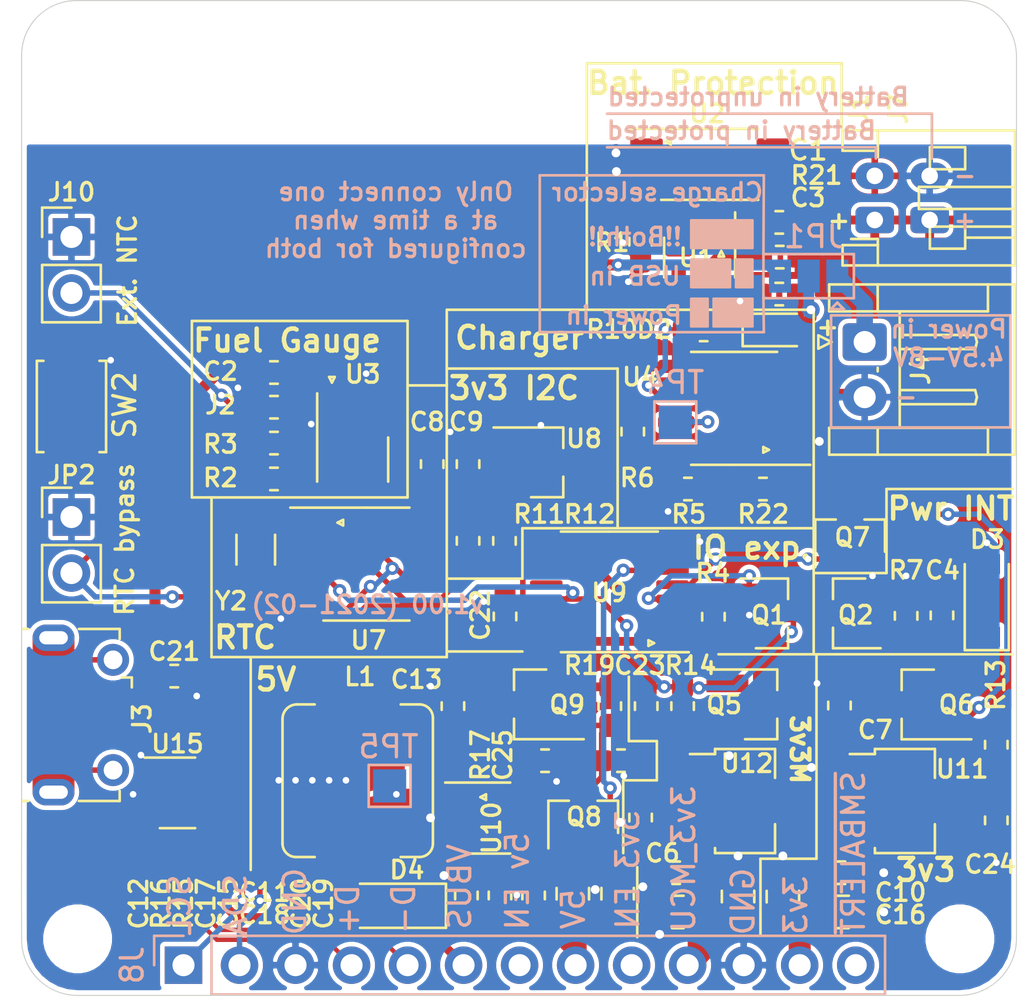
<source format=kicad_pcb>
(kicad_pcb (version 20171130) (host pcbnew "(5.1.9)-1")
  (layers (0 F.Cu signal) (1 In1.Cu signal hide) (2 In2.Cu signal hide) (31 B.Cu signal) (34 B.Paste user hide) (35 F.Paste user hide) (36 B.SilkS user) (37 F.SilkS user) (38 B.Mask user) (39 F.Mask user) (44 Edge.Cuts user))
  (net 0 "")
  (net 1 "Net-(C1-Pad1)")
  (net 2 GND)
  (net 3 "Net-(Q1-Pad1)")
  (net 4 "Net-(U1-Pad4)")
  (net 5 "Net-(R3-Pad1)")
  (net 6 "Net-(U3-Pad4)")
  (net 7 /3v3)
  (net 8 "/Battery Module/VBAT")
  (net 9 "/Charger I/O/VCHARGE")
  (net 10 "Net-(C4-Pad2)")
  (net 11 /5v)
  (net 12 "Net-(C13-Pad1)")
  (net 13 INT_IO)
  (net 14 "Net-(C24-Pad1)")
  (net 15 "Net-(C25-Pad1)")
  (net 16 "Net-(D2-Pad1)")
  (net 17 "Net-(D4-Pad2)")
  (net 18 "Net-(J3-Pad6)")
  (net 19 "Net-(J3-Pad4)")
  (net 20 "Net-(J4-Pad1)")
  (net 21 "Net-(R1-Pad1)")
  (net 22 "Net-(R2-Pad1)")
  (net 23 "Net-(R4-Pad2)")
  (net 24 "Net-(R22-Pad2)")
  (net 25 "/Charging Module/STDBY")
  (net 26 "Net-(R15-Pad1)")
  (net 27 "Net-(R17-Pad1)")
  (net 28 "Net-(R22-Pad1)")
  (net 29 "Net-(TP4-Pad1)")
  (net 30 "Net-(U1-Pad3)")
  (net 31 "Net-(U1-Pad1)")
  (net 32 "Net-(U2-Pad8)")
  (net 33 "Net-(U2-Pad1)")
  (net 34 "Net-(U7-Pad7)")
  (net 35 "Net-(U7-Pad2)")
  (net 36 "Net-(U7-Pad1)")
  (net 37 "/Battery Module/BAT-")
  (net 38 "Net-(J10-Pad2)")
  (net 39 "Net-(J8-Pad13)")
  (net 40 "/Charging Module/3v3_I2C")
  (net 41 "Net-(U15-Pad4)")
  (net 42 "Net-(U15-Pad3)")
  (net 43 /3v3_MCU)
  (net 44 /VBUS)
  (net 45 /D+)
  (net 46 /D-)
  (net 47 "Net-(J8-Pad9)")
  (net 48 "Net-(J8-Pad7)")
  (net 49 /SDA)
  (net 50 /SCL)
  (net 51 "/RTC and Cut-Off Module/3v3V_EN")
  (net 52 "/RTC and Cut-Off Module/5V_EN")
  (net 53 "/Charging Module/CHARGE-DISABLE")
  (net 54 "Net-(U9-Pad12)")
  (net 55 "Net-(U9-Pad11)")
  (net 56 "Net-(U9-Pad10)")
  (net 57 "Net-(U9-Pad9)")
  (net 58 "Net-(C6-Pad1)")
  (net 59 "Net-(C7-Pad1)")
  (module Capacitor_SMD:C_0805_2012Metric (layer F.Cu) (at 165.7096 118.933 90)
    (fp_text reference C20 (at -0.32 -19.812 90) (layer F.SilkS) (effects (font (size 0.8 0.8))))
    (fp_text value 22µF)
    (pad 2 smd roundrect (at 0.95 0 90) (size 1 1.45) (layers F.Cu F.Paste F.Mask) (net 2 GND))
    (pad 1 smd roundrect (at -0.95 0 90) (size 1 1.45) (layers F.Cu F.Paste F.Mask) (net 43 /3v3_MCU))
  )
  (module Capacitor_SMD:C_0805_2012Metric (layer F.Cu) (at 167.7416 118.938 90)
    (fp_text reference C19 (at -0.315 -20.828 90) (layer F.SilkS) (effects (font (size 0.8 0.8))))
    (fp_text value 22µF)
    (pad 2 smd roundrect (at 0.95 0 90) (size 1 1.45) (layers F.Cu F.Paste F.Mask) (net 2 GND))
    (pad 1 smd roundrect (at -0.95 0 90) (size 1 1.45) (layers F.Cu F.Paste F.Mask) (net 7 /3v3))
  )
  (module Capacitor_SMD:C_0805_2012Metric (layer F.Cu) (at 162.9766 119.634 180)
    (fp_text reference C18 (at 18.73 -0.127) (layer F.SilkS) (effects (font (size 0.8 0.8))))
    (fp_text value 22µF)
    (pad 2 smd roundrect (at 0.95 0 180) (size 1 1.45) (layers F.Cu F.Paste F.Mask) (net 2 GND))
    (pad 1 smd roundrect (at -0.95 0 180) (size 1 1.45) (layers F.Cu F.Paste F.Mask) (net 43 /3v3_MCU))
  )
  (module Capacitor_SMD:C_0805_2012Metric (layer F.Cu) (at 158.2166 118.806 90)
    (fp_text reference C17 (at -0.447 -16.637 90) (layer F.SilkS) (effects (font (size 0.8 0.8))))
    (fp_text value 22µF)
    (pad 2 smd roundrect (at 0.95 0 90) (size 1 1.45) (layers F.Cu F.Paste F.Mask) (net 2 GND))
    (pad 1 smd roundrect (at -0.95 0 90) (size 1 1.45) (layers F.Cu F.Paste F.Mask) (net 11 /5v))
  )
  (module Capacitor_SMD:C_0805_2012Metric (layer F.Cu) (at 170.4696 119.634)
    (fp_text reference C16 (at 2.606 0.127) (layer F.SilkS) (effects (font (size 0.8 0.8))))
    (fp_text value 22µF)
    (pad 2 smd roundrect (at 0.95 0) (size 1 1.45) (layers F.Cu F.Paste F.Mask) (net 2 GND))
    (pad 1 smd roundrect (at -0.95 0) (size 1 1.45) (layers F.Cu F.Paste F.Mask) (net 7 /3v3))
  )
  (module Capacitor_SMD:C_0805_2012Metric (layer F.Cu) (at 160.2486 118.806 90)
    (fp_text reference C15 (at -0.447 -17.653 90) (layer F.SilkS) (effects (font (size 0.8 0.8))))
    (fp_text value 22µF)
    (pad 2 smd roundrect (at 0.95 0 90) (size 1 1.45) (layers F.Cu F.Paste F.Mask) (net 2 GND))
    (pad 1 smd roundrect (at -0.95 0 90) (size 1 1.45) (layers F.Cu F.Paste F.Mask) (net 11 /5v))
  )
  (module Connector_PinHeader_2.54mm:PinHeader_1x13_P2.54mm_Vertical (layer B.Cu) (at 140.5636 122.047 270)
    (fp_text reference J8 (at 0 2.33 270) (layer B.SilkS) (effects (justify mirror)))
    (fp_text value "regulator board")
    (pad 13 thru_hole oval (at 0 -30.48 270) (size 1.7 1.7) (drill 1) (layers *.Cu *.Mask) (net 39 "Net-(J8-Pad13)"))
    (pad 12 thru_hole oval (at 0 -27.94 270) (size 1.7 1.7) (drill 1) (layers *.Cu *.Mask) (net 7 /3v3))
    (pad 11 thru_hole oval (at 0 -25.4 270) (size 1.7 1.7) (drill 1) (layers *.Cu *.Mask) (net 2 GND))
    (pad 10 thru_hole oval (at 0 -22.86 270) (size 1.7 1.7) (drill 1) (layers *.Cu *.Mask) (net 43 /3v3_MCU))
    (pad 9 thru_hole oval (at 0 -20.32 270) (size 1.7 1.7) (drill 1) (layers *.Cu *.Mask) (net 47 "Net-(J8-Pad9)"))
    (pad 8 thru_hole oval (at 0 -17.78 270) (size 1.7 1.7) (drill 1) (layers *.Cu *.Mask) (net 11 /5v))
    (pad 7 thru_hole oval (at 0 -15.24 270) (size 1.7 1.7) (drill 1) (layers *.Cu *.Mask) (net 48 "Net-(J8-Pad7)"))
    (pad 6 thru_hole oval (at 0 -12.7 270) (size 1.7 1.7) (drill 1) (layers *.Cu *.Mask) (net 44 /VBUS))
    (pad 5 thru_hole oval (at 0 -10.16 270) (size 1.7 1.7) (drill 1) (layers *.Cu *.Mask) (net 46 /D-))
    (pad 4 thru_hole oval (at 0 -7.62 270) (size 1.7 1.7) (drill 1) (layers *.Cu *.Mask) (net 45 /D+))
    (pad 3 thru_hole oval (at 0 -5.08 270) (size 1.7 1.7) (drill 1) (layers *.Cu *.Mask) (net 2 GND))
    (pad 2 thru_hole oval (at 0 -2.54 270) (size 1.7 1.7) (drill 1) (layers *.Cu *.Mask) (net 49 /SDA))
    (pad 1 thru_hole rect (at 0 0 270) (size 1.7 1.7) (drill 1) (layers *.Cu *.Mask) (net 50 /SCL))
  )
  (module MountingHole:MountingHole_2.7mm_M2.5_ISO7380 (layer F.Cu) (at 175.768 80.8482)
    (fp_text reference H6 hide)
    (fp_text value MountingHole)
    (pad 1 np_thru_hole circle (at 0 0) (size 2.7 2.7) (drill 2.7) (layers *.Cu *.Mask))
  )
  (module MountingHole:MountingHole_2.7mm_M2.5_ISO7380 (layer F.Cu) (at 135.763 80.8482)
    (fp_text reference H5 hide)
    (fp_text value MountingHole)
    (pad 1 np_thru_hole circle (at 0 0) (size 2.7 2.7) (drill 2.7) (layers *.Cu *.Mask))
  )
  (module MountingHole:MountingHole_2.7mm_M2.5_ISO7380 (layer F.Cu) (at 175.768 120.8532)
    (fp_text reference H3 hide)
    (fp_text value MountingHole)
    (pad 1 np_thru_hole circle (at 0 0) (size 2.7 2.7) (drill 2.7) (layers *.Cu *.Mask))
  )
  (module MountingHole:MountingHole_2.7mm_M2.5_ISO7380 (layer F.Cu) (at 135.763 120.8532)
    (fp_text reference H1 hide)
    (fp_text value MountingHole)
    (pad 1 np_thru_hole circle (at 0 0) (size 2.7 2.7) (drill 2.7) (layers *.Cu *.Mask))
  )
  (module Package_SO:TSOP-6_1.65x3.05mm_P0.95mm (layer F.Cu) (at 140.2926 114.234)
    (fp_text reference U15 (at 0 -2.22) (layer F.SilkS) (effects (font (size 0.8 0.8))))
    (fp_text value IP4220CZ6)
    (pad 6 smd rect (at 1.16 -0.95) (size 0.7 0.51) (layers F.Cu F.Paste F.Mask) (net 46 /D-))
    (pad 5 smd rect (at 1.16 0) (size 0.7 0.51) (layers F.Cu F.Paste F.Mask) (net 44 /VBUS))
    (pad 4 smd rect (at 1.16 0.95) (size 0.7 0.51) (layers F.Cu F.Paste F.Mask) (net 41 "Net-(U15-Pad4)"))
    (pad 3 smd rect (at -1.16 0.95) (size 0.7 0.51) (layers F.Cu F.Paste F.Mask) (net 42 "Net-(U15-Pad3)"))
    (pad 2 smd rect (at -1.16 0) (size 0.7 0.51) (layers F.Cu F.Paste F.Mask) (net 2 GND))
    (pad 1 smd rect (at -1.16 -0.95) (size 0.7 0.51) (layers F.Cu F.Paste F.Mask) (net 45 /D+))
  )
  (module Package_SO:SOP-8_3.9x4.9mm_P1.27mm (layer F.Cu) (at 165.5318 96.7994 180)
    (fp_text reference U4 (at 4.2672 1.4224) (layer F.SilkS) (effects (font (size 0.8 0.8))))
    (fp_text value TP4056)
    (pad 8 smd roundrect (at 2.625 -1.905 180) (size 1.65 0.6) (layers F.Cu F.Paste F.Mask) (net 53 "/Charging Module/CHARGE-DISABLE"))
    (pad 7 smd roundrect (at 2.625 -0.635 180) (size 1.65 0.6) (layers F.Cu F.Paste F.Mask) (net 29 "Net-(TP4-Pad1)"))
    (pad 6 smd roundrect (at 2.625 0.635 180) (size 1.65 0.6) (layers F.Cu F.Paste F.Mask) (net 25 "/Charging Module/STDBY"))
    (pad 5 smd roundrect (at 2.625 1.905 180) (size 1.65 0.6) (layers F.Cu F.Paste F.Mask) (net 8 "/Battery Module/VBAT"))
    (pad 4 smd roundrect (at -2.625 1.905 180) (size 1.65 0.6) (layers F.Cu F.Paste F.Mask) (net 9 "/Charger I/O/VCHARGE"))
    (pad 3 smd roundrect (at -2.625 0.635 180) (size 1.65 0.6) (layers F.Cu F.Paste F.Mask) (net 2 GND))
    (pad 2 smd roundrect (at -2.625 -0.635 180) (size 1.65 0.6) (layers F.Cu F.Paste F.Mask) (net 28 "Net-(R22-Pad1)"))
    (pad 1 smd roundrect (at -2.625 -1.905 180) (size 1.65 0.6) (layers F.Cu F.Paste F.Mask) (net 2 GND))
  )
  (module Package_TO_SOT_SMD:SOT-23_Handsoldering (layer F.Cu) (at 157.0242 99.248)
    (fp_text reference U8 (at 1.7004 -1.077 180) (layer F.SilkS) (effects (font (size 0.8 0.8))))
    (fp_text value XC6206P332MR)
    (pad 3 smd rect (at 1.5 0) (size 1.9 0.8) (layers F.Cu F.Paste F.Mask) (net 8 "/Battery Module/VBAT"))
    (pad 2 smd rect (at -1.5 0.95) (size 1.9 0.8) (layers F.Cu F.Paste F.Mask) (net 40 "/Charging Module/3v3_I2C"))
    (pad 1 smd rect (at -1.5 -0.95) (size 1.9 0.8) (layers F.Cu F.Paste F.Mask) (net 2 GND))
  )
  (module Resistor_SMD:R_0603_1608Metric_Pad1.05x0.95mm_HandSolder (layer F.Cu) (at 155.1178 102.8078 90)
    (fp_text reference R12 (at 1.2078 3.8608 180) (layer F.SilkS) (effects (font (size 0.8 0.8))))
    (fp_text value 10k)
    (pad 2 smd roundrect (at 0.875 0 90) (size 1.05 0.95) (layers F.Cu F.Paste F.Mask) (net 40 "/Charging Module/3v3_I2C"))
    (pad 1 smd roundrect (at -0.875 0 90) (size 1.05 0.95) (layers F.Cu F.Paste F.Mask) (net 50 /SCL))
  )
  (module Resistor_SMD:R_0603_1608Metric_Pad1.05x0.95mm_HandSolder (layer F.Cu) (at 153.4668 102.8052 90)
    (fp_text reference R11 (at 1.2052 3.2258 180) (layer F.SilkS) (effects (font (size 0.8 0.8))))
    (fp_text value 10k)
    (pad 2 smd roundrect (at 0.875 0 90) (size 1.05 0.95) (layers F.Cu F.Paste F.Mask) (net 40 "/Charging Module/3v3_I2C"))
    (pad 1 smd roundrect (at -0.875 0 90) (size 1.05 0.95) (layers F.Cu F.Paste F.Mask) (net 49 /SDA))
  )
  (module Capacitor_SMD:C_0603_1608Metric_Pad1.05x0.95mm_HandSolder (layer F.Cu) (at 153.4668 99.328 270)
    (fp_text reference C9 (at -1.919 0.0762 180) (layer F.SilkS) (effects (font (size 0.8 0.8))))
    (fp_text value 0.1µF)
    (pad 2 smd roundrect (at 0.875 0 270) (size 1.05 0.95) (layers F.Cu F.Paste F.Mask) (net 40 "/Charging Module/3v3_I2C"))
    (pad 1 smd roundrect (at -0.875 0 270) (size 1.05 0.95) (layers F.Cu F.Paste F.Mask) (net 2 GND))
  )
  (module Connector_USB:USB_Micro-B_Molex-105017-0001 (layer F.Cu) (at 135.9083 110.7026 270)
    (fp_text reference J3 (at 0.1684 -2.7757 90) (layer F.SilkS) (effects (font (size 0.8 0.8))))
    (fp_text value USB_B_Micro)
    (pad 6 smd rect (at -2.9 1.2375 270) (size 1.2 1.9) (layers F.Cu F.Mask) (net 18 "Net-(J3-Pad6)"))
    (pad 6 smd rect (at 2.9 1.2375 270) (size 1.2 1.9) (layers F.Cu F.Mask) (net 18 "Net-(J3-Pad6)"))
    (pad 6 thru_hole oval (at 3.5 1.2375 270) (size 1.2 1.9) (drill oval 0.6 1.3) (layers *.Cu *.Mask) (net 18 "Net-(J3-Pad6)"))
    (pad 6 thru_hole oval (at -3.5 1.2375 90) (size 1.2 1.9) (drill oval 0.6 1.3) (layers *.Cu *.Mask) (net 18 "Net-(J3-Pad6)"))
    (pad 6 smd rect (at -1 1.2375 270) (size 1.5 1.9) (layers F.Cu F.Paste F.Mask) (net 18 "Net-(J3-Pad6)"))
    (pad 6 thru_hole circle (at 2.5 -1.4625 270) (size 1.45 1.45) (drill 0.85) (layers *.Cu *.Mask) (net 18 "Net-(J3-Pad6)"))
    (pad 3 smd rect (at 0 -1.4625 270) (size 0.4 1.35) (layers F.Cu F.Paste F.Mask) (net 45 /D+))
    (pad 4 smd rect (at 0.65 -1.4625 270) (size 0.4 1.35) (layers F.Cu F.Paste F.Mask) (net 19 "Net-(J3-Pad4)"))
    (pad 5 smd rect (at 1.3 -1.4625 270) (size 0.4 1.35) (layers F.Cu F.Paste F.Mask) (net 2 GND))
    (pad 1 smd rect (at -1.3 -1.4625 270) (size 0.4 1.35) (layers F.Cu F.Paste F.Mask) (net 44 /VBUS))
    (pad 2 smd rect (at -0.65 -1.4625 270) (size 0.4 1.35) (layers F.Cu F.Paste F.Mask) (net 46 /D-))
    (pad 6 thru_hole circle (at -2.5 -1.4625 270) (size 1.45 1.45) (drill 0.85) (layers *.Cu *.Mask) (net 18 "Net-(J3-Pad6)"))
    (pad 6 smd rect (at 1 1.2375 270) (size 1.5 1.9) (layers F.Cu F.Paste F.Mask) (net 18 "Net-(J3-Pad6)"))
  )
  (module Button_Switch_SMD:SW_Push_SPST_NO_Alps_SKRK (layer F.Cu) (at 135.4836 96.715 90)
    (fp_text reference SW2 (at 0.068 2.413 90) (layer F.SilkS))
    (fp_text value DNP)
    (pad 1 smd roundrect (at -2.1 0 90) (size 0.8 2) (layers F.Cu F.Paste F.Mask) (net 13 INT_IO))
    (pad 2 smd roundrect (at 2.1 0 90) (size 0.8 2) (layers F.Cu F.Paste F.Mask) (net 2 GND))
  )
  (module Connector_PinHeader_2.54mm:PinHeader_1x02_P2.54mm_Vertical (layer F.Cu) (at 135.4836 101.727)
    (fp_text reference JP2 (at 0 -1.905) (layer F.SilkS) (effects (font (size 0.8 0.8))))
    (fp_text value "RTC bypass")
    (pad 2 thru_hole oval (at 0 2.54) (size 1.7 1.7) (drill 1) (layers *.Cu *.Mask) (net 13 INT_IO))
    (pad 1 thru_hole rect (at 0 0) (size 1.7 1.7) (drill 1) (layers *.Cu *.Mask) (net 2 GND))
  )
  (module Connector_PinHeader_2.54mm:PinHeader_1x02_P2.54mm_Vertical (layer F.Cu) (at 135.4836 89.027)
    (fp_text reference J10 (at 0 -2.032) (layer F.SilkS) (effects (font (size 0.8 0.8))))
    (fp_text value "External NTC")
    (pad 2 thru_hole oval (at 0 2.54) (size 1.7 1.7) (drill 1) (layers *.Cu *.Mask) (net 38 "Net-(J10-Pad2)"))
    (pad 1 thru_hole rect (at 0 0) (size 1.7 1.7) (drill 1) (layers *.Cu *.Mask) (net 2 GND))
  )
  (module Connector_JST:JST_PH_S2B-PH-K_1x02_P2.00mm_Horizontal (layer F.Cu) (at 174.3964 88.2584 90)
    (fp_text reference J7 (at 5.0292 -1.4224 90) (layer F.SilkS) (effects (font (size 0.8 0.8))))
    (fp_text value DNP)
    (pad 2 thru_hole oval (at 2 0 90) (size 1.2 1.75) (drill 0.75) (layers *.Cu *.Mask) (net 2 GND))
    (pad 1 thru_hole roundrect (at 0 0 90) (size 1.2 1.75) (drill 0.75) (layers *.Cu *.Mask) (roundrect_rratio 0.2083325) (net 8 "/Battery Module/VBAT"))
  )
  (module Connector_JST:JST_PH_S2B-PH-K_1x02_P2.00mm_Horizontal (layer F.Cu) (at 171.9072 88.2584 90)
    (fp_text reference J1 (at 5.0292 -0.7112 90) (layer F.SilkS) (effects (font (size 0.8 0.8))))
    (fp_text value "Battery connector")
    (pad 2 thru_hole oval (at 2 0 90) (size 1.2 1.75) (drill 0.75) (layers *.Cu *.Mask) (net 37 "/Battery Module/BAT-"))
    (pad 1 thru_hole roundrect (at 0 0 90) (size 1.2 1.75) (drill 0.75) (layers *.Cu *.Mask) (roundrect_rratio 0.2083325) (net 8 "/Battery Module/VBAT"))
  )
  (module Resistor_SMD:R_0603_1608Metric_Pad1.05x0.95mm_HandSolder (layer F.Cu) (at 144.667 96.7486)
    (fp_text reference J2 (at -2.427 -0.1016) (layer F.SilkS) (effects (font (size 0.8 0.8))))
    (fp_text value Thermistor)
    (pad 2 smd roundrect (at 0.875 0) (size 1.05 0.95) (layers F.Cu F.Paste F.Mask) (net 2 GND))
    (pad 1 smd roundrect (at -0.875 0) (size 1.05 0.95) (layers F.Cu F.Paste F.Mask) (net 38 "Net-(J10-Pad2)"))
  )
  (module Crystal:Crystal_SMD_3215-2Pin_3.2x1.5mm (layer F.Cu) (at 143.8402 103.2056 270)
    (fp_text reference Y2 (at 2.3314 1.1176 180) (layer F.SilkS) (effects (font (size 0.8 0.8))))
    (fp_text value 32.768KHz)
    (pad 2 smd rect (at -1.25 0 270) (size 1 1.8) (layers F.Cu F.Paste F.Mask) (net 36 "Net-(U7-Pad1)"))
    (pad 1 smd rect (at 1.25 0 270) (size 1 1.8) (layers F.Cu F.Paste F.Mask) (net 35 "Net-(U7-Pad2)"))
  )
  (module Package_TO_SOT_SMD:SOT-89-3_Handsoldering (layer F.Cu) (at 165.726 114.6048)
    (fp_text reference U12 (at 0.39 -1.7018) (layer F.SilkS) (effects (font (size 0.8 0.8))))
    (fp_text value ME6210A33P)
    (pad 2 smd custom (at -2.0625 0) (size 2.475 0.9) (layers F.Cu F.Paste F.Mask) (net 58 "Net-(C6-Pad1)") (options (clearance outline) (anchor rect)) (primitives (gr_poly (pts (xy 1.2375 -0.8665) (xy 5.3625 -0.8665) (xy 5.3625 0.8665) (xy 1.2375 0.8665)) (width 0))))
    (pad 3 smd rect (at -2.15 1.5) (size 2.3 0.9) (layers F.Cu F.Paste F.Mask) (net 43 /3v3_MCU))
    (pad 1 smd rect (at -2.15 -1.5) (size 2.3 0.9) (layers F.Cu F.Paste F.Mask) (net 2 GND))
  )
  (module Package_TO_SOT_SMD:SOT-89-3_Handsoldering (layer F.Cu) (at 172.974 114.6048)
    (fp_text reference U11 (at 2.8956 -1.4478) (layer F.SilkS) (effects (font (size 0.8 0.8))))
    (fp_text value ME6210A33P)
    (pad 2 smd custom (at -2.0625 0) (size 2.475 0.9) (layers F.Cu F.Paste F.Mask) (net 59 "Net-(C7-Pad1)") (options (clearance outline) (anchor rect)) (primitives (gr_poly (pts (xy 1.2375 -0.8665) (xy 5.3625 -0.8665) (xy 5.3625 0.8665) (xy 1.2375 0.8665)) (width 0))))
    (pad 3 smd rect (at -2.15 1.5) (size 2.3 0.9) (layers F.Cu F.Paste F.Mask) (net 7 /3v3))
    (pad 1 smd rect (at -2.15 -1.5) (size 2.3 0.9) (layers F.Cu F.Paste F.Mask) (net 2 GND))
  )
  (module Package_TO_SOT_SMD:SOT-23-6_Handsoldering (layer F.Cu) (at 154.479 115.377)
    (fp_text reference U10 (at 0.0546 0.447 90) (layer F.SilkS) (effects (font (size 0.8 0.8))))
    (fp_text value FP6291LR)
    (pad 5 smd rect (at 1.35 0) (size 1.56 0.65) (layers F.Cu F.Paste F.Mask) (net 12 "Net-(C13-Pad1)"))
    (pad 6 smd rect (at 1.35 -0.95) (size 1.56 0.65) (layers F.Cu F.Paste F.Mask) (net 27 "Net-(R17-Pad1)"))
    (pad 4 smd rect (at 1.35 0.95) (size 1.56 0.65) (layers F.Cu F.Paste F.Mask) (net 12 "Net-(C13-Pad1)"))
    (pad 3 smd rect (at -1.35 0.95) (size 1.56 0.65) (layers F.Cu F.Paste F.Mask) (net 26 "Net-(R15-Pad1)"))
    (pad 2 smd rect (at -1.35 0) (size 1.56 0.65) (layers F.Cu F.Paste F.Mask) (net 2 GND))
    (pad 1 smd rect (at -1.35 -0.95) (size 1.56 0.65) (layers F.Cu F.Paste F.Mask) (net 17 "Net-(D4-Pad2)"))
  )
  (module Package_SO:TSSOP-16_4.4x5mm_P0.65mm (layer F.Cu) (at 159.8753 105.1208 180)
    (fp_text reference U9 (at 0.0077 -0.0352) (layer F.SilkS) (effects (font (size 0.8 0.8))))
    (fp_text value TCA6408A)
    (pad 16 smd roundrect (at 2.8625 -2.275 180) (size 1.475 0.4) (layers F.Cu F.Paste F.Mask) (net 40 "/Charging Module/3v3_I2C"))
    (pad 15 smd roundrect (at 2.8625 -1.625 180) (size 1.475 0.4) (layers F.Cu F.Paste F.Mask) (net 49 /SDA))
    (pad 14 smd roundrect (at 2.8625 -0.975 180) (size 1.475 0.4) (layers F.Cu F.Paste F.Mask) (net 50 /SCL))
    (pad 13 smd roundrect (at 2.8625 -0.325 180) (size 1.475 0.4) (layers F.Cu F.Paste F.Mask) (net 13 INT_IO))
    (pad 12 smd roundrect (at 2.8625 0.325 180) (size 1.475 0.4) (layers F.Cu F.Paste F.Mask) (net 54 "Net-(U9-Pad12)"))
    (pad 11 smd roundrect (at 2.8625 0.975 180) (size 1.475 0.4) (layers F.Cu F.Paste F.Mask) (net 55 "Net-(U9-Pad11)"))
    (pad 10 smd roundrect (at 2.8625 1.625 180) (size 1.475 0.4) (layers F.Cu F.Paste F.Mask) (net 56 "Net-(U9-Pad10)"))
    (pad 9 smd roundrect (at 2.8625 2.275 180) (size 1.475 0.4) (layers F.Cu F.Paste F.Mask) (net 57 "Net-(U9-Pad9)"))
    (pad 8 smd roundrect (at -2.8625 2.275 180) (size 1.475 0.4) (layers F.Cu F.Paste F.Mask) (net 2 GND))
    (pad 7 smd roundrect (at -2.8625 1.625 180) (size 1.475 0.4) (layers F.Cu F.Paste F.Mask) (net 53 "/Charging Module/CHARGE-DISABLE"))
    (pad 6 smd roundrect (at -2.8625 0.975 180) (size 1.475 0.4) (layers F.Cu F.Paste F.Mask) (net 52 "/RTC and Cut-Off Module/5V_EN"))
    (pad 5 smd roundrect (at -2.8625 0.325 180) (size 1.475 0.4) (layers F.Cu F.Paste F.Mask) (net 51 "/RTC and Cut-Off Module/3v3V_EN"))
    (pad 4 smd roundrect (at -2.8625 -0.325 180) (size 1.475 0.4) (layers F.Cu F.Paste F.Mask) (net 3 "Net-(Q1-Pad1)"))
    (pad 3 smd roundrect (at -2.8625 -0.975 180) (size 1.475 0.4) (layers F.Cu F.Paste F.Mask) (net 23 "Net-(R4-Pad2)"))
    (pad 2 smd roundrect (at -2.8625 -1.625 180) (size 1.475 0.4) (layers F.Cu F.Paste F.Mask) (net 40 "/Charging Module/3v3_I2C"))
    (pad 1 smd roundrect (at -2.8625 -2.275 180) (size 1.475 0.4) (layers F.Cu F.Paste F.Mask) (net 40 "/Charging Module/3v3_I2C"))
  )
  (module Package_SO:SOIC-8_3.9x4.9mm_P1.27mm (layer F.Cu) (at 148.8582 103.8606)
    (fp_text reference U7 (at 0.0874 3.4544) (layer F.SilkS) (effects (font (size 0.8 0.8))))
    (fp_text value PCF8563T)
    (pad 8 smd roundrect (at 2.475 -1.905) (size 1.95 0.6) (layers F.Cu F.Paste F.Mask) (net 40 "/Charging Module/3v3_I2C"))
    (pad 7 smd roundrect (at 2.475 -0.635) (size 1.95 0.6) (layers F.Cu F.Paste F.Mask) (net 34 "Net-(U7-Pad7)"))
    (pad 6 smd roundrect (at 2.475 0.635) (size 1.95 0.6) (layers F.Cu F.Paste F.Mask) (net 50 /SCL))
    (pad 5 smd roundrect (at 2.475 1.905) (size 1.95 0.6) (layers F.Cu F.Paste F.Mask) (net 49 /SDA))
    (pad 4 smd roundrect (at -2.475 1.905) (size 1.95 0.6) (layers F.Cu F.Paste F.Mask) (net 2 GND))
    (pad 3 smd roundrect (at -2.475 0.635) (size 1.95 0.6) (layers F.Cu F.Paste F.Mask) (net 13 INT_IO))
    (pad 2 smd roundrect (at -2.475 -0.635) (size 1.95 0.6) (layers F.Cu F.Paste F.Mask) (net 35 "Net-(U7-Pad2)"))
    (pad 1 smd roundrect (at -2.475 -1.905) (size 1.95 0.6) (layers F.Cu F.Paste F.Mask) (net 36 "Net-(U7-Pad1)"))
  )
  (module Package_DFN_QFN:WDFN-8-1EP_4x3mm_P0.65mm_EP2.4x1.8mm (layer F.Cu) (at 148.2344 98.1202 270)
    (fp_text reference U3 (at -2.8702 -0.4572 180) (layer F.SilkS) (effects (font (size 0.8 0.8))))
    (fp_text value LC709203FQH)
    (pad 9 smd rect (at 0 0 270) (size 2.4 1.8) (layers F.Cu F.Mask))
    (pad 8 smd roundrect (at 1.9 -0.975 270) (size 0.9 0.25) (layers F.Cu F.Paste F.Mask) (net 50 /SCL))
    (pad 7 smd roundrect (at 1.9 -0.325 270) (size 0.9 0.25) (layers F.Cu F.Paste F.Mask) (net 49 /SDA))
    (pad 6 smd roundrect (at 1.9 0.325 270) (size 0.9 0.25) (layers F.Cu F.Paste F.Mask) (net 22 "Net-(R2-Pad1)"))
    (pad 5 smd roundrect (at 1.9 0.975 270) (size 0.9 0.25) (layers F.Cu F.Paste F.Mask) (net 5 "Net-(R3-Pad1)"))
    (pad 4 smd roundrect (at -1.9 0.975 270) (size 0.9 0.25) (layers F.Cu F.Paste F.Mask) (net 6 "Net-(U3-Pad4)"))
    (pad 3 smd roundrect (at -1.9 0.325 270) (size 0.9 0.25) (layers F.Cu F.Paste F.Mask) (net 8 "/Battery Module/VBAT"))
    (pad 2 smd roundrect (at -1.9 -0.325 270) (size 0.9 0.25) (layers F.Cu F.Paste F.Mask) (net 2 GND))
    (pad 1 smd roundrect (at -1.9 -0.975 270) (size 0.9 0.25) (layers F.Cu F.Paste F.Mask) (net 2 GND))
  )
  (module Package_SO:TSSOP-8_4.4x3mm_P0.65mm (layer F.Cu) (at 164.4219 85.7348)
    (fp_text reference U2 (at -0.1093 -2.2958) (layer F.SilkS) (effects (font (size 0.8 0.8))))
    (fp_text value FS8205A)
    (pad 8 smd roundrect (at 2.8625 -0.975) (size 1.475 0.4) (layers F.Cu F.Paste F.Mask) (net 32 "Net-(U2-Pad8)"))
    (pad 7 smd roundrect (at 2.8625 -0.325) (size 1.475 0.4) (layers F.Cu F.Paste F.Mask) (net 37 "/Battery Module/BAT-"))
    (pad 6 smd roundrect (at 2.8625 0.325) (size 1.475 0.4) (layers F.Cu F.Paste F.Mask) (net 37 "/Battery Module/BAT-"))
    (pad 5 smd roundrect (at 2.8625 0.975) (size 1.475 0.4) (layers F.Cu F.Paste F.Mask) (net 31 "Net-(U1-Pad1)"))
    (pad 4 smd roundrect (at -2.8625 0.975) (size 1.475 0.4) (layers F.Cu F.Paste F.Mask) (net 30 "Net-(U1-Pad3)"))
    (pad 3 smd roundrect (at -2.8625 0.325) (size 1.475 0.4) (layers F.Cu F.Paste F.Mask) (net 2 GND))
    (pad 2 smd roundrect (at -2.8625 -0.325) (size 1.475 0.4) (layers F.Cu F.Paste F.Mask) (net 2 GND))
    (pad 1 smd roundrect (at -2.8625 -0.975) (size 1.475 0.4) (layers F.Cu F.Paste F.Mask) (net 33 "Net-(U2-Pad1)"))
  )
  (module Package_TO_SOT_SMD:SOT-23-6_Handsoldering (layer F.Cu) (at 163.9672 89.963 270)
    (fp_text reference U1 (at 0 0.1372 180) (layer F.SilkS) (effects (font (size 0.8 0.8))))
    (fp_text value AP9101CK6-ADTRG1)
    (pad 5 smd rect (at 1.35 0 270) (size 1.56 0.65) (layers F.Cu F.Paste F.Mask) (net 1 "Net-(C1-Pad1)"))
    (pad 6 smd rect (at 1.35 -0.95 270) (size 1.56 0.65) (layers F.Cu F.Paste F.Mask) (net 37 "/Battery Module/BAT-"))
    (pad 4 smd rect (at 1.35 0.95 270) (size 1.56 0.65) (layers F.Cu F.Paste F.Mask) (net 4 "Net-(U1-Pad4)"))
    (pad 3 smd rect (at -1.35 0.95 270) (size 1.56 0.65) (layers F.Cu F.Paste F.Mask) (net 30 "Net-(U1-Pad3)"))
    (pad 2 smd rect (at -1.35 0 270) (size 1.56 0.65) (layers F.Cu F.Paste F.Mask) (net 21 "Net-(R1-Pad1)"))
    (pad 1 smd rect (at -1.35 -0.95 270) (size 1.56 0.65) (layers F.Cu F.Paste F.Mask) (net 31 "Net-(U1-Pad1)"))
  )
  (module TestPoint:TestPoint_Pad_1.5x1.5mm (layer B.Cu) (at 149.9108 113.919)
    (fp_text reference TP5 (at -0.0508 -1.778) (layer B.SilkS) (effects (justify mirror)))
    (fp_text value TestPoint)
    (pad 1 smd rect (at 0 0) (size 1.5 1.5) (layers B.Cu B.Mask) (net 17 "Net-(D4-Pad2)"))
  )
  (module TestPoint:TestPoint_Pad_1.5x1.5mm (layer B.Cu) (at 162.8648 97.4344 180)
    (fp_text reference TP4 (at 0.0508 1.8034 180) (layer B.SilkS) (effects (justify mirror)))
    (fp_text value TestPoint)
    (pad 1 smd rect (at 0 0 180) (size 1.5 1.5) (layers B.Cu B.Mask) (net 29 "Net-(TP4-Pad1)"))
  )
  (module Resistor_SMD:R_0603_1608Metric_Pad1.05x0.95mm_HandSolder (layer F.Cu) (at 166.8386 100.457 180)
    (fp_text reference R22 (at -0.014 -1.143) (layer F.SilkS) (effects (font (size 0.8 0.8))))
    (fp_text value 1k)
    (pad 2 smd roundrect (at 0.875 0 180) (size 1.05 0.95) (layers F.Cu F.Paste F.Mask) (net 24 "Net-(R22-Pad2)"))
    (pad 1 smd roundrect (at -0.875 0 180) (size 1.05 0.95) (layers F.Cu F.Paste F.Mask) (net 28 "Net-(R22-Pad1)"))
  )
  (module Resistor_SMD:R_0603_1608Metric_Pad1.05x0.95mm_HandSolder (layer F.Cu) (at 167.6006 89.9414 180)
    (fp_text reference R21 (at -1.665 3.7084) (layer F.SilkS) (effects (font (size 0.8 0.8))))
    (fp_text value 330)
    (pad 2 smd roundrect (at 0.875 0 180) (size 1.05 0.95) (layers F.Cu F.Paste F.Mask) (net 1 "Net-(C1-Pad1)"))
    (pad 1 smd roundrect (at -0.875 0 180) (size 1.05 0.95) (layers F.Cu F.Paste F.Mask) (net 8 "/Battery Module/VBAT"))
  )
  (module Resistor_SMD:R_0603_1608Metric_Pad1.05x0.95mm_HandSolder (layer F.Cu) (at 159.893 110.3008 90)
    (fp_text reference R19 (at 1.8428 -0.9144) (layer F.SilkS) (effects (font (size 0.8 0.8))))
    (fp_text value 1M)
    (pad 2 smd roundrect (at 0.875 0 90) (size 1.05 0.95) (layers F.Cu F.Paste F.Mask) (net 8 "/Battery Module/VBAT"))
    (pad 1 smd roundrect (at -0.875 0 90) (size 1.05 0.95) (layers F.Cu F.Paste F.Mask) (net 15 "Net-(C25-Pad1)"))
  )
  (module Resistor_SMD:R_0603_1608Metric_Pad1.05x0.95mm_HandSolder (layer F.Cu) (at 156.958 112.776)
    (fp_text reference R17 (at -2.9324 -0.254 90) (layer F.SilkS) (effects (font (size 0.8 0.8))))
    (fp_text value 22k)
    (pad 2 smd roundrect (at 0.875 0) (size 1.05 0.95) (layers F.Cu F.Paste F.Mask) (net 2 GND))
    (pad 1 smd roundrect (at -0.875 0) (size 1.05 0.95) (layers F.Cu F.Paste F.Mask) (net 27 "Net-(R17-Pad1)"))
  )
  (module Resistor_SMD:R_0603_1608Metric_Pad1.05x0.95mm_HandSolder (layer F.Cu) (at 154.9146 118.886 90)
    (fp_text reference R16 (at -0.367 -15.367 270) (layer F.SilkS) (effects (font (size 0.8 0.8))))
    (fp_text value 180k)
    (pad 2 smd roundrect (at 0.875 0 90) (size 1.05 0.95) (layers F.Cu F.Paste F.Mask) (net 26 "Net-(R15-Pad1)"))
    (pad 1 smd roundrect (at -0.875 0 90) (size 1.05 0.95) (layers F.Cu F.Paste F.Mask) (net 11 /5v))
  )
  (module Resistor_SMD:R_0603_1608Metric_Pad1.05x0.95mm_HandSolder (layer F.Cu) (at 156.4386 118.886 270)
    (fp_text reference R15 (at 0.367 15.875 270) (layer F.SilkS) (effects (font (size 0.8 0.8))))
    (fp_text value 22k)
    (pad 2 smd roundrect (at 0.875 0 270) (size 1.05 0.95) (layers F.Cu F.Paste F.Mask) (net 2 GND))
    (pad 1 smd roundrect (at -0.875 0 270) (size 1.05 0.95) (layers F.Cu F.Paste F.Mask) (net 26 "Net-(R15-Pad1)"))
  )
  (module Resistor_SMD:R_0603_1608Metric_Pad1.05x0.95mm_HandSolder (layer F.Cu) (at 163.195 110.3008 270)
    (fp_text reference R14 (at -1.8428 -0.3556 180) (layer F.SilkS) (effects (font (size 0.8 0.8))))
    (fp_text value 1M)
    (pad 2 smd roundrect (at 0.875 0 270) (size 1.05 0.95) (layers F.Cu F.Paste F.Mask) (net 8 "/Battery Module/VBAT"))
    (pad 1 smd roundrect (at -0.875 0 270) (size 1.05 0.95) (layers F.Cu F.Paste F.Mask) (net 13 INT_IO))
  )
  (module Resistor_SMD:R_0603_1608Metric_Pad1.05x0.95mm_HandSolder (layer F.Cu) (at 177.419 112.0508 90)
    (fp_text reference R13 (at 2.7038 -0.0254 270) (layer F.SilkS) (effects (font (size 0.8 0.8))))
    (fp_text value 1M)
    (pad 2 smd roundrect (at 0.875 0 90) (size 1.05 0.95) (layers F.Cu F.Paste F.Mask) (net 8 "/Battery Module/VBAT"))
    (pad 1 smd roundrect (at -0.875 0 90) (size 1.05 0.95) (layers F.Cu F.Paste F.Mask) (net 14 "Net-(C24-Pad1)"))
  )
  (module Resistor_SMD:R_0603_1608Metric_Pad1.05x0.95mm_HandSolder (layer F.Cu) (at 164.1488 93.2434 180)
    (fp_text reference R10 (at 4.1542 0.0254) (layer F.SilkS) (effects (font (size 0.8 0.8))))
    (fp_text value 1k)
    (pad 2 smd roundrect (at 0.875 0 180) (size 1.05 0.95) (layers F.Cu F.Paste F.Mask) (net 25 "/Charging Module/STDBY"))
    (pad 1 smd roundrect (at -0.875 0 180) (size 1.05 0.95) (layers F.Cu F.Paste F.Mask) (net 16 "Net-(D2-Pad1)"))
  )
  (module Resistor_SMD:R_0603_1608Metric_Pad1.05x0.95mm_HandSolder (layer F.Cu) (at 173.3296 106.2088 270)
    (fp_text reference R7 (at -2.0688 0 180) (layer F.SilkS) (effects (font (size 0.8 0.8))))
    (fp_text value 1M)
    (pad 2 smd roundrect (at 0.875 0 270) (size 1.05 0.95) (layers F.Cu F.Paste F.Mask) (net 10 "Net-(C4-Pad2)"))
    (pad 1 smd roundrect (at -0.875 0 270) (size 1.05 0.95) (layers F.Cu F.Paste F.Mask) (net 2 GND))
  )
  (module Resistor_SMD:R_0603_1608Metric_Pad1.05x0.95mm_HandSolder (layer F.Cu) (at 160.9344 97.8548 270)
    (fp_text reference R6 (at 2.0942 -0.2032 180) (layer F.SilkS) (effects (font (size 0.8 0.8))))
    (fp_text value 180k)
    (pad 2 smd roundrect (at 0.875 0 270) (size 1.05 0.95) (layers F.Cu F.Paste F.Mask) (net 53 "/Charging Module/CHARGE-DISABLE"))
    (pad 1 smd roundrect (at -0.875 0 270) (size 1.05 0.95) (layers F.Cu F.Paste F.Mask) (net 8 "/Battery Module/VBAT"))
  )
  (module Resistor_SMD:R_0603_1608Metric_Pad1.05x0.95mm_HandSolder (layer F.Cu) (at 163.4376 100.457 180)
    (fp_text reference R5 (at -0.0394 -1.143) (layer F.SilkS) (effects (font (size 0.8 0.8))))
    (fp_text value 1k)
    (pad 2 smd roundrect (at 0.875 0 180) (size 1.05 0.95) (layers F.Cu F.Paste F.Mask) (net 2 GND))
    (pad 1 smd roundrect (at -0.875 0 180) (size 1.05 0.95) (layers F.Cu F.Paste F.Mask) (net 24 "Net-(R22-Pad2)"))
  )
  (module Resistor_SMD:R_0603_1608Metric_Pad1.05x0.95mm_HandSolder (layer F.Cu) (at 164.592 106.2482 90)
    (fp_text reference R4 (at 1.9812 -0.0254 180) (layer F.SilkS) (effects (font (size 0.8 0.8))))
    (fp_text value 180k)
    (pad 2 smd roundrect (at 0.875 0 90) (size 1.05 0.95) (layers F.Cu F.Paste F.Mask) (net 23 "Net-(R4-Pad2)"))
    (pad 1 smd roundrect (at -0.875 0 90) (size 1.05 0.95) (layers F.Cu F.Paste F.Mask) (net 40 "/Charging Module/3v3_I2C"))
  )
  (module Resistor_SMD:R_0603_1608Metric_Pad1.05x0.95mm_HandSolder (layer F.Cu) (at 144.667 98.3742 180)
    (fp_text reference R3 (at 2.427 -0.0508) (layer F.SilkS) (effects (font (size 0.8 0.8))))
    (fp_text value 10k)
    (pad 2 smd roundrect (at 0.875 0 180) (size 1.05 0.95) (layers F.Cu F.Paste F.Mask) (net 38 "Net-(J10-Pad2)"))
    (pad 1 smd roundrect (at -0.875 0 180) (size 1.05 0.95) (layers F.Cu F.Paste F.Mask) (net 5 "Net-(R3-Pad1)"))
  )
  (module Resistor_SMD:R_0603_1608Metric_Pad1.05x0.95mm_HandSolder (layer F.Cu) (at 144.667 99.9998 180)
    (fp_text reference R2 (at 2.427 0.0508) (layer F.SilkS) (effects (font (size 0.8 0.8))))
    (fp_text value 100)
    (pad 2 smd roundrect (at 0.875 0 180) (size 1.05 0.95) (layers F.Cu F.Paste F.Mask) (net 38 "Net-(J10-Pad2)"))
    (pad 1 smd roundrect (at -0.875 0 180) (size 1.05 0.95) (layers F.Cu F.Paste F.Mask) (net 22 "Net-(R2-Pad1)"))
  )
  (module Resistor_SMD:R_0603_1608Metric_Pad1.05x0.95mm_HandSolder (layer F.Cu) (at 161.29 89.2416 270)
    (fp_text reference R1 (at 0.0394 1.2954 180) (layer F.SilkS) (effects (font (size 0.8 0.8))))
    (fp_text value 1k)
    (pad 2 smd roundrect (at 0.875 0 270) (size 1.05 0.95) (layers F.Cu F.Paste F.Mask) (net 2 GND))
    (pad 1 smd roundrect (at -0.875 0 270) (size 1.05 0.95) (layers F.Cu F.Paste F.Mask) (net 21 "Net-(R1-Pad1)"))
  )
  (module Package_TO_SOT_SMD:SOT-23_Handsoldering (layer F.Cu) (at 156.3102 110.2208 180)
    (fp_text reference Q9 (at -1.6524 -0.0152) (layer F.SilkS) (effects (font (size 0.8 0.8))))
    (fp_text value AO3401A)
    (pad 3 smd rect (at 1.5 0 180) (size 1.9 0.8) (layers F.Cu F.Paste F.Mask) (net 12 "Net-(C13-Pad1)"))
    (pad 2 smd rect (at -1.5 0.95 180) (size 1.9 0.8) (layers F.Cu F.Paste F.Mask) (net 8 "/Battery Module/VBAT"))
    (pad 1 smd rect (at -1.5 -0.95 180) (size 1.9 0.8) (layers F.Cu F.Paste F.Mask) (net 15 "Net-(C25-Pad1)"))
  )
  (module Package_TO_SOT_SMD:SOT-23 (layer F.Cu) (at 158.689 115.3508 90)
    (fp_text reference Q8 (at 0.0348 0.0356 180) (layer F.SilkS) (effects (font (size 0.8 0.8))))
    (fp_text value 2N7002)
    (pad 3 smd rect (at 1 0 90) (size 0.9 0.8) (layers F.Cu F.Paste F.Mask) (net 15 "Net-(C25-Pad1)"))
    (pad 2 smd rect (at -1 0.95 90) (size 0.9 0.8) (layers F.Cu F.Paste F.Mask) (net 2 GND))
    (pad 1 smd rect (at -1 -0.95 90) (size 0.9 0.8) (layers F.Cu F.Paste F.Mask) (net 52 "/RTC and Cut-Off Module/5V_EN"))
  )
  (module Package_TO_SOT_SMD:SOT-23 (layer F.Cu) (at 170.7896 102.6 90)
    (fp_text reference Q7 (at -0.0414 0.1016 180) (layer F.SilkS) (effects (font (size 0.8 0.8))))
    (fp_text value 2N7002)
    (pad 3 smd rect (at 1 0 90) (size 0.9 0.8) (layers F.Cu F.Paste F.Mask) (net 14 "Net-(C24-Pad1)"))
    (pad 2 smd rect (at -1 0.95 90) (size 0.9 0.8) (layers F.Cu F.Paste F.Mask) (net 2 GND))
    (pad 1 smd rect (at -1 -0.95 90) (size 0.9 0.8) (layers F.Cu F.Paste F.Mask) (net 51 "/RTC and Cut-Off Module/3v3V_EN"))
  )
  (module Package_TO_SOT_SMD:SOT-23_Handsoldering (layer F.Cu) (at 173.887 110.2258 180)
    (fp_text reference Q6 (at -1.7286 -0.0102) (layer F.SilkS) (effects (font (size 0.8 0.8))))
    (fp_text value AO3401A)
    (pad 3 smd rect (at 1.5 0 180) (size 1.9 0.8) (layers F.Cu F.Paste F.Mask) (net 59 "Net-(C7-Pad1)"))
    (pad 2 smd rect (at -1.5 0.95 180) (size 1.9 0.8) (layers F.Cu F.Paste F.Mask) (net 8 "/Battery Module/VBAT"))
    (pad 1 smd rect (at -1.5 -0.95 180) (size 1.9 0.8) (layers F.Cu F.Paste F.Mask) (net 14 "Net-(C24-Pad1)"))
  )
  (module Package_TO_SOT_SMD:SOT-23_Handsoldering (layer F.Cu) (at 166.727 110.2208)
    (fp_text reference Q5 (at -1.6524 0.0152) (layer F.SilkS) (effects (font (size 0.8 0.8))))
    (fp_text value AO3401A)
    (pad 3 smd rect (at 1.5 0) (size 1.9 0.8) (layers F.Cu F.Paste F.Mask) (net 58 "Net-(C6-Pad1)"))
    (pad 2 smd rect (at -1.5 0.95) (size 1.9 0.8) (layers F.Cu F.Paste F.Mask) (net 8 "/Battery Module/VBAT"))
    (pad 1 smd rect (at -1.5 -0.95) (size 1.9 0.8) (layers F.Cu F.Paste F.Mask) (net 13 INT_IO))
  )
  (module Package_TO_SOT_SMD:SOT-23 (layer F.Cu) (at 170.7736 106.0958 180)
    (fp_text reference Q2 (at -0.27 -0.0762) (layer F.SilkS) (effects (font (size 0.8 0.8))))
    (fp_text value 2N7002)
    (pad 3 smd rect (at 1 0 180) (size 0.9 0.8) (layers F.Cu F.Paste F.Mask) (net 13 INT_IO))
    (pad 2 smd rect (at -1 0.95 180) (size 0.9 0.8) (layers F.Cu F.Paste F.Mask) (net 2 GND))
    (pad 1 smd rect (at -1 -0.95 180) (size 0.9 0.8) (layers F.Cu F.Paste F.Mask) (net 10 "Net-(C4-Pad2)"))
  )
  (module Package_TO_SOT_SMD:SOT-23 (layer F.Cu) (at 167.2176 106.0958)
    (fp_text reference Q1 (at -0.111 0.0762) (layer F.SilkS) (effects (font (size 0.8 0.8))))
    (fp_text value 2N7002)
    (pad 3 smd rect (at 1 0) (size 0.9 0.8) (layers F.Cu F.Paste F.Mask) (net 13 INT_IO))
    (pad 2 smd rect (at -1 0.95) (size 0.9 0.8) (layers F.Cu F.Paste F.Mask) (net 2 GND))
    (pad 1 smd rect (at -1 -0.95) (size 0.9 0.8) (layers F.Cu F.Paste F.Mask) (net 3 "Net-(Q1-Pad1)"))
  )
  (module Inductor_SMD:L_Bourns_SRP7028A_7.3x6.6mm (layer F.Cu) (at 148.463 113.6832 270)
    (fp_text reference L1 (at -4.7172 -0.1016 180) (layer F.SilkS) (effects (font (size 0.8 0.8))))
    (fp_text value 3.3u)
    (pad 2 smd rect (at 2.725 0 270) (size 2.95 3.5) (layers F.Cu F.Paste F.Mask) (net 17 "Net-(D4-Pad2)"))
    (pad 1 smd rect (at -2.725 0 270) (size 2.95 3.5) (layers F.Cu F.Paste F.Mask) (net 12 "Net-(C13-Pad1)"))
  )
  (module Jumper:SolderJumper-3_P1.3mm_Open_Pad1.0x1.5mm (layer B.Cu) (at 168.91 90.805 180)
    (fp_text reference JP1 (at -0.2332 1.7907 180) (layer B.SilkS) (effects (justify mirror)))
    (fp_text value CHRG_Jumper)
    (pad 1 smd rect (at -1.3 0 180) (size 1 1.5) (layers B.Cu B.Mask) (net 20 "Net-(J4-Pad1)"))
    (pad 2 smd rect (at 0 0 180) (size 1 1.5) (layers B.Cu B.Mask) (net 9 "/Charger I/O/VCHARGE"))
    (pad 3 smd rect (at 1.3 0 180) (size 1 1.5) (layers B.Cu B.Mask) (net 44 /VBUS))
  )
  (module Connector_JST:JST_EH_S2B-EH_1x02_P2.50mm_Horizontal (layer F.Cu) (at 171.45 93.7914 270)
    (fp_text reference J4 (at 1.25 -2.54 90) (layer F.SilkS) (effects (font (size 0.8 0.8))))
    (fp_text value "Solar in")
    (pad 2 thru_hole oval (at 2.5 0 270) (size 1.7 2) (drill 1) (layers *.Cu *.Mask) (net 2 GND))
    (pad 1 thru_hole roundrect (at 0 0 270) (size 1.7 2) (drill 1) (layers *.Cu *.Mask) (roundrect_rratio 0.1470588235294118) (net 20 "Net-(J4-Pad1)"))
  )
  (module Diode_SMD:D_SOD-123 (layer F.Cu) (at 150.2146 119.3546 180)
    (fp_text reference D4 (at -0.4816 1.6256) (layer F.SilkS) (effects (font (size 0.8 0.8))))
    (fp_text value B5819W)
    (pad 2 smd rect (at 1.65 0 180) (size 0.9 1.2) (layers F.Cu F.Paste F.Mask) (net 17 "Net-(D4-Pad2)"))
    (pad 1 smd rect (at -1.65 0 180) (size 0.9 1.2) (layers F.Cu F.Paste F.Mask) (net 11 /5v))
  )
  (module Diode_SMD:D_SOD-123 (layer F.Cu) (at 176.9872 105.5126 90)
    (fp_text reference D3 (at 2.7696 0.0254 180) (layer F.SilkS) (effects (font (size 0.8 0.8))))
    (fp_text value B5819W)
    (pad 2 smd rect (at 1.65 0 90) (size 0.9 1.2) (layers F.Cu F.Paste F.Mask) (net 2 GND))
    (pad 1 smd rect (at -1.65 0 90) (size 0.9 1.2) (layers F.Cu F.Paste F.Mask) (net 10 "Net-(C4-Pad2)"))
  )
  (module LED_SMD:LED_0603_1608Metric_Pad1.05x0.95mm_HandSolder (layer F.Cu) (at 167.5778 93.2434)
    (fp_text reference D2 (at -5.6782 -0.0254 180) (layer F.SilkS) (effects (font (size 0.8 0.8))))
    (fp_text value LED)
    (pad 2 smd roundrect (at 0.875 0) (size 1.05 0.95) (layers F.Cu F.Paste F.Mask) (net 9 "/Charger I/O/VCHARGE"))
    (pad 1 smd roundrect (at -0.875 0) (size 1.05 0.95) (layers F.Cu F.Paste F.Mask) (net 16 "Net-(D2-Pad1)"))
  )
  (module Capacitor_SMD:C_0603_1608Metric_Pad1.05x0.95mm_HandSolder (layer F.Cu) (at 160.401 112.776)
    (fp_text reference C25 (at -5.3594 -0.254 90) (layer F.SilkS) (effects (font (size 0.8 0.8))))
    (fp_text value 0.1µF)
    (pad 2 smd roundrect (at 0.875 0) (size 1.05 0.95) (layers F.Cu F.Paste F.Mask) (net 2 GND))
    (pad 1 smd roundrect (at -0.875 0) (size 1.05 0.95) (layers F.Cu F.Paste F.Mask) (net 15 "Net-(C25-Pad1)"))
  )
  (module Capacitor_SMD:C_0603_1608Metric_Pad1.05x0.95mm_HandSolder (layer F.Cu) (at 177.419 115.4798 270)
    (fp_text reference C24 (at 1.9952 0.2794 180) (layer F.SilkS) (effects (font (size 0.8 0.8))))
    (fp_text value 0.1µF)
    (pad 2 smd roundrect (at 0.875 0 270) (size 1.05 0.95) (layers F.Cu F.Paste F.Mask) (net 2 GND))
    (pad 1 smd roundrect (at -0.875 0 270) (size 1.05 0.95) (layers F.Cu F.Paste F.Mask) (net 14 "Net-(C24-Pad1)"))
  )
  (module Capacitor_SMD:C_0603_1608Metric_Pad1.05x0.95mm_HandSolder (layer F.Cu) (at 161.544 110.3008 90)
    (fp_text reference C23 (at 1.8428 -0.2794 180) (layer F.SilkS) (effects (font (size 0.8 0.8))))
    (fp_text value 1µF)
    (pad 2 smd roundrect (at 0.875 0 90) (size 1.05 0.95) (layers F.Cu F.Paste F.Mask) (net 13 INT_IO))
    (pad 1 smd roundrect (at -0.875 0 90) (size 1.05 0.95) (layers F.Cu F.Paste F.Mask) (net 2 GND))
  )
  (module Capacitor_SMD:C_0603_1608Metric_Pad1.05x0.95mm_HandSolder (layer F.Cu) (at 155.1432 106.2368 270)
    (fp_text reference C22 (at -0.0648 1.1176 90) (layer F.SilkS) (effects (font (size 0.8 0.8))))
    (fp_text value 1µF)
    (pad 2 smd roundrect (at 0.875 0 270) (size 1.05 0.95) (layers F.Cu F.Paste F.Mask) (net 40 "/Charging Module/3v3_I2C"))
    (pad 1 smd roundrect (at -0.875 0 270) (size 1.05 0.95) (layers F.Cu F.Paste F.Mask) (net 2 GND))
  )
  (module Capacitor_SMD:C_0603_1608Metric_Pad1.05x0.95mm_HandSolder (layer F.Cu) (at 140.1458 108.9406)
    (fp_text reference C21 (at 0 -1.1176) (layer F.SilkS) (effects (font (size 0.8 0.8))))
    (fp_text value 1µF)
    (pad 2 smd roundrect (at 0.875 0) (size 1.05 0.95) (layers F.Cu F.Paste F.Mask) (net 2 GND))
    (pad 1 smd roundrect (at -0.875 0) (size 1.05 0.95) (layers F.Cu F.Paste F.Mask) (net 44 /VBUS))
  )
  (module Capacitor_SMD:C_0603_1608Metric_Pad1.05x0.95mm_HandSolder (layer F.Cu) (at 161.29 115.3528 270)
    (fp_text reference C6 (at 1.6142 -0.9906 180) (layer F.SilkS) (effects (font (size 0.8 0.8))))
    (fp_text value 0.1µF)
    (pad 2 smd roundrect (at 0.875 0 270) (size 1.05 0.95) (layers F.Cu F.Paste F.Mask) (net 2 GND))
    (pad 1 smd roundrect (at -0.875 0 270) (size 1.05 0.95) (layers F.Cu F.Paste F.Mask) (net 58 "Net-(C6-Pad1)"))
  )
  (module Capacitor_SMD:C_0603_1608Metric_Pad1.05x0.95mm_HandSolder (layer F.Cu) (at 170.307 110.2728 90)
    (fp_text reference C7 (at -1.1062 1.6256 180) (layer F.SilkS) (effects (font (size 0.8 0.8))))
    (fp_text value 0.1µF)
    (pad 2 smd roundrect (at 0.875 0 90) (size 1.05 0.95) (layers F.Cu F.Paste F.Mask) (net 2 GND))
    (pad 1 smd roundrect (at -0.875 0 90) (size 1.05 0.95) (layers F.Cu F.Paste F.Mask) (net 59 "Net-(C7-Pad1)"))
  )
  (module Capacitor_SMD:C_0603_1608Metric_Pad1.05x0.95mm_HandSolder (layer F.Cu) (at 152.781 110.3008 90)
    (fp_text reference C13 (at 1.2078 -1.651 180) (layer F.SilkS) (effects (font (size 0.8 0.8))))
    (fp_text value 1µF)
    (pad 2 smd roundrect (at 0.875 0 90) (size 1.05 0.95) (layers F.Cu F.Paste F.Mask) (net 2 GND))
    (pad 1 smd roundrect (at -0.875 0 90) (size 1.05 0.95) (layers F.Cu F.Paste F.Mask) (net 12 "Net-(C13-Pad1)"))
  )
  (module Capacitor_SMD:C_0603_1608Metric_Pad1.05x0.95mm_HandSolder (layer F.Cu) (at 153.3906 118.886 90)
    (fp_text reference C12 (at -0.367 -14.859 270) (layer F.SilkS) (effects (font (size 0.8 0.8))))
    (fp_text value 1µF)
    (pad 2 smd roundrect (at 0.875 0 90) (size 1.05 0.95) (layers F.Cu F.Paste F.Mask) (net 2 GND))
    (pad 1 smd roundrect (at -0.875 0 90) (size 1.05 0.95) (layers F.Cu F.Paste F.Mask) (net 11 /5v))
  )
  (module Capacitor_SMD:C_0603_1608Metric_Pad1.05x0.95mm_HandSolder (layer F.Cu) (at 162.9016 117.856 180)
    (fp_text reference C11 (at 18.655 -0.889) (layer F.SilkS) (effects (font (size 0.8 0.8))))
    (fp_text value 1µF)
    (pad 2 smd roundrect (at 0.875 0 180) (size 1.05 0.95) (layers F.Cu F.Paste F.Mask) (net 2 GND))
    (pad 1 smd roundrect (at -0.875 0 180) (size 1.05 0.95) (layers F.Cu F.Paste F.Mask) (net 43 /3v3_MCU))
  )
  (module Capacitor_SMD:C_0603_1608Metric_Pad1.05x0.95mm_HandSolder (layer F.Cu) (at 170.3946 117.856)
    (fp_text reference C10 (at 2.681 0.889) (layer F.SilkS) (effects (font (size 0.8 0.8))))
    (fp_text value 1µF)
    (pad 2 smd roundrect (at 0.875 0) (size 1.05 0.95) (layers F.Cu F.Paste F.Mask) (net 2 GND))
    (pad 1 smd roundrect (at -0.875 0) (size 1.05 0.95) (layers F.Cu F.Paste F.Mask) (net 7 /3v3))
  )
  (module Capacitor_SMD:C_0603_1608Metric_Pad1.05x0.95mm_HandSolder (layer F.Cu) (at 151.8412 99.328 270)
    (fp_text reference C8 (at -1.919 0.2286 180) (layer F.SilkS) (effects (font (size 0.8 0.8))))
    (fp_text value 0.1µF)
    (pad 2 smd roundrect (at 0.875 0 270) (size 1.05 0.95) (layers F.Cu F.Paste F.Mask) (net 40 "/Charging Module/3v3_I2C"))
    (pad 1 smd roundrect (at -0.875 0 270) (size 1.05 0.95) (layers F.Cu F.Paste F.Mask) (net 2 GND))
  )
  (module Capacitor_SMD:C_0603_1608Metric_Pad1.05x0.95mm_HandSolder (layer F.Cu) (at 174.9552 106.186 270)
    (fp_text reference C4 (at -2.046 -0.0254 180) (layer F.SilkS) (effects (font (size 0.8 0.8))))
    (fp_text value 1µF)
    (pad 2 smd roundrect (at 0.875 0 270) (size 1.05 0.95) (layers F.Cu F.Paste F.Mask) (net 10 "Net-(C4-Pad2)"))
    (pad 1 smd roundrect (at -0.875 0 270) (size 1.05 0.95) (layers F.Cu F.Paste F.Mask) (net 8 "/Battery Module/VBAT"))
  )
  (module Capacitor_SMD:C_0603_1608Metric_Pad1.05x0.95mm_HandSolder (layer F.Cu) (at 167.5778 91.6178 180)
    (fp_text reference C3 (at -1.3068 4.3688 180) (layer F.SilkS) (effects (font (size 0.8 0.8))))
    (fp_text value 1µF)
    (pad 2 smd roundrect (at 0.875 0 180) (size 1.05 0.95) (layers F.Cu F.Paste F.Mask) (net 2 GND))
    (pad 1 smd roundrect (at -0.875 0 180) (size 1.05 0.95) (layers F.Cu F.Paste F.Mask) (net 9 "/Charger I/O/VCHARGE"))
  )
  (module Capacitor_SMD:C_0603_1608Metric_Pad1.05x0.95mm_HandSolder (layer F.Cu) (at 144.667 95.1738)
    (fp_text reference C2 (at -2.427 -0.0508) (layer F.SilkS) (effects (font (size 0.8 0.8))))
    (fp_text value 0.1µF)
    (pad 2 smd roundrect (at 0.875 0) (size 1.05 0.95) (layers F.Cu F.Paste F.Mask) (net 8 "/Battery Module/VBAT"))
    (pad 1 smd roundrect (at -0.875 0) (size 1.05 0.95) (layers F.Cu F.Paste F.Mask) (net 2 GND))
  )
  (module Capacitor_SMD:C_0603_1608Metric_Pad1.05x0.95mm_HandSolder (layer F.Cu) (at 167.5778 88.3666)
    (fp_text reference C1 (at 1.3068 -3.2766 180) (layer F.SilkS) (effects (font (size 0.9 0.9))))
    (fp_text value 0.1µF)
    (pad 2 smd roundrect (at 0.875 0) (size 1.05 0.95) (layers F.Cu F.Paste F.Mask) (net 37 "/Battery Module/BAT-"))
    (pad 1 smd roundrect (at -0.875 0) (size 1.05 0.95) (layers F.Cu F.Paste F.Mask) (net 1 "Net-(C1-Pad1)"))
  )
  (gr_text + (at 170.2816 88.265) (layer F.SilkS) (effects (font (size 0.8 0.8))))
  (gr_text + (at 169.7736 93.091) (layer F.SilkS) (effects (font (size 0.8 0.8))))
  (gr_line (start 172.4406 104.267) (end 169.1386 104.267) (layer F.SilkS) (width 0.12))
  (gr_line (start 172.4406 100.457) (end 172.4406 104.267) (layer F.SilkS) (width 0.12))
  (gr_line (start 133.223 114.681) (end 133.21792 118.745) (layer Edge.Cuts) (width 0.05))
  (gr_line (start 133.223 82.677) (end 133.223 86.741) (layer Edge.Cuts) (width 0.05))
  (gr_text - (at 173.3296 96.266) (layer B.SilkS) (effects (font (size 0.8 0.8)) (justify mirror)))
  (gr_text 5V (at 144.7546 109.093) (layer F.SilkS) (effects (font (size 1 1) (thickness 0.2))))
  (gr_line (start 143.6116 108.077) (end 143.6116 117.729) (layer F.SilkS) (width 0.12))
  (gr_text 3v3M (at 168.5036 112.268 270) (layer F.SilkS) (effects (font (size 0.8 0.8) (thickness 0.2))))
  (gr_line (start 160.5026 116.967) (end 160.5026 113.665) (layer F.SilkS) (width 0.12))
  (gr_line (start 161.1376 120.777) (end 161.1376 117.602) (layer F.SilkS) (width 0.12))
  (gr_line (start 162.0266 113.665) (end 160.5026 113.665) (layer F.SilkS) (width 0.12))
  (gr_line (start 162.0266 111.887) (end 162.0266 113.665) (layer F.SilkS) (width 0.12))
  (gr_line (start 160.7566 111.887) (end 162.0266 111.887) (layer F.SilkS) (width 0.12))
  (gr_line (start 160.7566 108.966) (end 160.7566 111.887) (layer F.SilkS) (width 0.12))
  (gr_text 3v3 (at 174.2186 117.729) (layer F.SilkS) (effects (font (size 1 1) (thickness 0.2))))
  (gr_line (start 169.2656 117.221) (end 169.2656 107.95) (layer F.SilkS) (width 0.12))
  (gr_line (start 166.7256 117.221) (end 169.2656 117.221) (layer F.SilkS) (width 0.12))
  (gr_line (start 166.7256 120.65) (end 166.7256 117.221) (layer F.SilkS) (width 0.12))
  (gr_text "Pwr INT" (at 175.3616 101.346) (layer F.SilkS) (effects (font (size 1 1) (thickness 0.2))))
  (gr_line (start 172.4406 100.457) (end 178.1556 100.457) (layer F.SilkS) (width 0.12))
  (gr_line (start 169.1386 107.95) (end 178.1556 107.95) (layer F.SilkS) (width 0.12))
  (gr_line (start 162.6616 84.836) (end 162.4076 84.709) (layer F.SilkS) (width 0.12))
  (gr_line (start 162.6616 84.582) (end 162.6616 84.836) (layer F.SilkS) (width 0.12))
  (gr_line (start 162.4076 84.709) (end 162.6616 84.582) (layer F.SilkS) (width 0.12))
  (gr_line (start 165.0746 89.916) (end 164.9476 89.662) (layer F.SilkS) (width 0.12))
  (gr_line (start 164.8206 89.916) (end 165.0746 89.916) (layer F.SilkS) (width 0.12))
  (gr_line (start 164.9476 89.662) (end 164.8206 89.916) (layer F.SilkS) (width 0.12))
  (gr_line (start 154.2796 114.554) (end 154.0256 114.427) (layer F.SilkS) (width 0.12))
  (gr_line (start 154.2796 114.3) (end 154.2796 114.554) (layer F.SilkS) (width 0.12))
  (gr_line (start 154.0256 114.427) (end 154.2796 114.3) (layer F.SilkS) (width 0.12))
  (gr_line (start 166.8526 98.806) (end 167.1066 98.679) (layer F.SilkS) (width 0.12))
  (gr_line (start 166.8526 98.552) (end 166.8526 98.806) (layer F.SilkS) (width 0.12))
  (gr_line (start 167.1066 98.679) (end 166.8526 98.552) (layer F.SilkS) (width 0.12))
  (gr_line (start 147.4216 95.377) (end 147.2946 95.631) (layer F.SilkS) (width 0.12))
  (gr_line (start 147.1676 95.377) (end 147.4216 95.377) (layer F.SilkS) (width 0.12))
  (gr_line (start 147.2946 95.631) (end 147.1676 95.377) (layer F.SilkS) (width 0.12))
  (gr_line (start 147.8026 102.108) (end 147.5486 101.981) (layer F.SilkS) (width 0.12))
  (gr_line (start 147.8026 101.854) (end 147.8026 102.108) (layer F.SilkS) (width 0.12))
  (gr_line (start 147.5486 101.981) (end 147.8026 101.854) (layer F.SilkS) (width 0.12))
  (gr_line (start 161.6456 107.569) (end 161.8996 107.442) (layer F.SilkS) (width 0.12))
  (gr_line (start 161.6456 107.315) (end 161.6456 107.569) (layer F.SilkS) (width 0.12))
  (gr_line (start 161.8996 107.442) (end 161.6456 107.315) (layer F.SilkS) (width 0.12))
  (gr_text "IO exp." (at 166.3446 103.124) (layer F.SilkS) (effects (font (size 1 1) (thickness 0.2))))
  (gr_line (start 169.1386 107.95) (end 164.8206 107.95) (layer F.SilkS) (width 0.12))
  (gr_line (start 169.1386 107.95) (end 169.1386 102.235) (layer F.SilkS) (width 0.12))
  (gr_line (start 152.5016 107.823) (end 155.9306 107.823) (layer F.SilkS) (width 0.12))
  (gr_text Charger (at 155.8036 93.599) (layer F.SilkS) (effects (font (size 1 1) (thickness 0.2))))
  (gr_text "Bat. Protection" (at 164.5666 82.042) (layer F.SilkS) (effects (font (size 1 1) (thickness 0.2))))
  (gr_line (start 170.4086 81.153) (end 170.4086 84.074) (layer F.SilkS) (width 0.12))
  (gr_line (start 158.8516 81.153) (end 170.4086 81.153) (layer F.SilkS) (width 0.12))
  (gr_line (start 158.8516 92.329) (end 158.8516 81.153) (layer F.SilkS) (width 0.12))
  (gr_line (start 152.5016 92.329) (end 152.5016 94.996) (layer F.SilkS) (width 0.12))
  (gr_line (start 169.1386 92.329) (end 152.5016 92.329) (layer F.SilkS) (width 0.12))
  (gr_line (start 169.1386 92.329) (end 169.1386 102.235) (layer F.SilkS) (width 0.12))
  (gr_line (start 160.2486 102.235) (end 169.1386 102.235) (layer F.SilkS) (width 0.12))
  (gr_text "3v3 I2C" (at 155.5496 95.885) (layer F.SilkS) (effects (font (size 1 1) (thickness 0.2))))
  (gr_line (start 152.5016 94.996) (end 152.5016 95.758) (layer F.SilkS) (width 0.12))
  (gr_line (start 160.2486 94.996) (end 152.5016 94.996) (layer F.SilkS) (width 0.12))
  (gr_line (start 160.2486 102.235) (end 160.2486 94.996) (layer F.SilkS) (width 0.12))
  (gr_line (start 155.9306 102.235) (end 160.2486 102.235) (layer F.SilkS) (width 0.12))
  (gr_line (start 155.9306 104.521) (end 155.9306 102.235) (layer F.SilkS) (width 0.12))
  (gr_line (start 152.5016 104.521) (end 155.9306 104.521) (layer F.SilkS) (width 0.12))
  (gr_text RTC (at 143.3576 107.188) (layer F.SilkS) (effects (font (size 1 1) (thickness 0.2))))
  (gr_line (start 141.8336 108.077) (end 141.8336 100.838) (layer F.SilkS) (width 0.12))
  (gr_line (start 152.5016 108.077) (end 141.8336 108.077) (layer F.SilkS) (width 0.12))
  (gr_line (start 152.5016 95.758) (end 152.5016 108.077) (layer F.SilkS) (width 0.12))
  (gr_line (start 150.7236 95.758) (end 152.5016 95.758) (layer F.SilkS) (width 0.12))
  (gr_text "Fuel Gauge" (at 145.2626 93.726) (layer F.SilkS) (effects (font (size 1 1) (thickness 0.2))))
  (gr_line (start 150.7236 100.838) (end 140.9446 100.838) (layer F.SilkS) (width 0.12))
  (gr_line (start 140.9446 92.837) (end 140.9446 100.838) (layer F.SilkS) (width 0.12))
  (gr_line (start 150.7236 92.837) (end 140.9446 92.837) (layer F.SilkS) (width 0.12))
  (gr_line (start 150.7236 100.838) (end 150.7236 92.837) (layer F.SilkS) (width 0.12))
  (gr_text - (at 175.9966 86.233) (layer B.SilkS) (effects (font (size 0.8 0.8)) (justify mirror)))
  (gr_text + (at 175.9966 88.265) (layer B.SilkS) (effects (font (size 0.8 0.8)) (justify mirror)))
  (gr_text "v1.00 (2021-02)" (at 148.91512 105.69956) (layer B.SilkS) (effects (font (size 0.8 0.8)) (justify mirror)))
  (gr_text "Ext. NTC" (at 138.0236 90.551 90) (layer F.SilkS) (effects (font (size 0.8 0.8))))
  (gr_text "RTC bypass" (at 137.8966 102.743 90) (layer F.SilkS) (effects (font (size 0.8 0.8))))
  (gr_text "Only connect one\nat a time when\nconfigured for both" (at 150.18512 88.265) (layer B.SilkS) (effects (font (size 0.8 0.8)) (justify mirror)))
  (gr_poly (pts (xy 166.37 89.535) (xy 163.576 89.535) (xy 163.576 88.265) (xy 166.37 88.265)) (layer B.SilkS) (width 0.1))
  (gr_text !!Both!! (at 161.036 89.027) (layer B.SilkS) (effects (font (size 0.8 0.8)) (justify mirror)))
  (gr_text "USB in" (at 161.036 90.805) (layer B.SilkS) (effects (font (size 0.8 0.8)) (justify mirror)))
  (gr_poly (pts (xy 165.354 91.313) (xy 163.576 91.313) (xy 163.576 90.043) (xy 165.354 90.043)) (layer B.SilkS) (width 0.1))
  (gr_poly (pts (xy 166.37 91.313) (xy 165.608 91.313) (xy 165.608 90.043) (xy 166.37 90.043)) (layer B.SilkS) (width 0.1))
  (gr_text "Power in" (at 160.528 92.583) (layer B.SilkS) (effects (font (size 0.8 0.8)) (justify mirror)))
  (gr_poly (pts (xy 164.338 93.091) (xy 163.576 93.091) (xy 163.576 91.821) (xy 164.338 91.821)) (layer B.SilkS) (width 0.1))
  (gr_poly (pts (xy 166.37 93.091) (xy 164.592 93.091) (xy 164.592 91.821) (xy 166.37 91.821)) (layer B.SilkS) (width 0.1))
  (gr_text "Charge selector" (at 162.052 86.995) (layer B.SilkS) (effects (font (size 0.8 0.8)) (justify mirror)))
  (gr_line (start 166.878 93.345) (end 166.86 91.805) (layer B.SilkS) (width 0.12))
  (gr_line (start 156.718 93.345) (end 166.878 93.345) (layer B.SilkS) (width 0.12))
  (gr_line (start 156.718 86.233) (end 156.718 93.345) (layer B.SilkS) (width 0.12))
  (gr_line (start 166.878 86.233) (end 156.718 86.233) (layer B.SilkS) (width 0.12))
  (gr_line (start 166.86 89.805) (end 166.878 86.233) (layer B.SilkS) (width 0.12))
  (gr_line (start 162.56 84.963) (end 159.766 84.963) (layer B.SilkS) (width 0.12))
  (gr_line (start 162.56 83.439) (end 159.766 83.439) (layer B.SilkS) (width 0.12))
  (gr_text "Battery in unprotected" (at 166.624 82.677) (layer B.SilkS) (effects (font (size 0.8 0.8)) (justify mirror)))
  (gr_text "Battery in protected" (at 165.862 84.201) (layer B.SilkS) (effects (font (size 0.8 0.8)) (justify mirror)))
  (gr_line (start 174.498 83.439) (end 162.56 83.439) (layer B.SilkS) (width 0.12))
  (gr_line (start 174.498 85.471) (end 174.498 83.439) (layer B.SilkS) (width 0.12))
  (gr_line (start 171.958 84.963) (end 162.56 84.963) (layer B.SilkS) (width 0.12))
  (gr_line (start 171.958 85.471) (end 171.958 84.963) (layer B.SilkS) (width 0.12))
  (gr_text "Power in\n4.5V-8V" (at 175.26 93.853) (layer B.SilkS) (effects (font (size 0.8 0.8)) (justify mirror)))
  (gr_line (start 169.926 97.663) (end 169.926 92.583) (layer B.SilkS) (width 0.12))
  (gr_line (start 178.054 97.663) (end 169.926 97.663) (layer B.SilkS) (width 0.12))
  (gr_line (start 178.054 92.583) (end 178.054 97.663) (layer B.SilkS) (width 0.12))
  (gr_line (start 169.926 92.583) (end 178.054 92.583) (layer B.SilkS) (width 0.12))
  (gr_text ~SMBALERT (at 170.942 116.967 90) (layer B.SilkS) (effects (font (size 1 1)) (justify mirror)))
  (gr_text 3v3_MCU (at 163.2458 117.221 90) (layer B.SilkS) (effects (font (size 1 1)) (justify mirror)))
  (gr_text 3v3 (at 168.3258 119.324428 90) (layer B.SilkS) (effects (font (size 1 1)) (justify mirror)))
  (gr_text "3v3 EN" (at 160.7058 117.729 90) (layer B.SilkS) (effects (font (size 1 1)) (justify mirror)))
  (gr_text "5v EN" (at 155.702 118.237 90) (layer B.SilkS) (effects (font (size 1 1)) (justify mirror)))
  (gr_text VBUS (at 153.0858 118.491 90) (layer B.SilkS) (effects (font (size 1 1)) (justify mirror)))
  (gr_text 5V (at 158.242 119.507 90) (layer B.SilkS) (effects (font (size 1 1)) (justify mirror)))
  (gr_text D- (at 150.5458 119.507 90) (layer B.SilkS) (effects (font (size 1 1)) (justify mirror)))
  (gr_text D+ (at 148.0058 119.507 90) (layer B.SilkS) (effects (font (size 1 1)) (justify mirror)))
  (gr_text SCL (at 140.3858 119.324428 90) (layer B.SilkS) (effects (font (size 1 1)) (justify mirror)))
  (gr_text SDA (at 142.9258 119.324428 90) (layer B.SilkS) (effects (font (size 1 1)) (justify mirror)))
  (gr_text GND (at 145.61312 119.16156 90) (layer B.SilkS) (effects (font (size 1 1)) (justify mirror)))
  (gr_text GND (at 165.93312 119.16156 90) (layer B.SilkS) (effects (font (size 1 1)) (justify mirror)))
  (gr_arc (start 175.7934 80.8482) (end 178.3334 80.8482) (angle -90) (layer Edge.Cuts) (width 0.05))
  (gr_line (start 133.223 86.741) (end 133.223 114.681) (layer Edge.Cuts) (width 0.05))
  (gr_line (start 133.223 120.8786) (end 133.21792 118.745) (layer Edge.Cuts) (width 0.05))
  (gr_line (start 133.223 80.7974) (end 133.223 82.677) (layer Edge.Cuts) (width 0.05))
  (gr_arc (start 135.763 120.8786) (end 133.223 120.8786) (angle -90) (layer Edge.Cuts) (width 0.05))
  (gr_arc (start 175.7426 120.8278) (end 175.7426 123.4186) (angle -90) (layer Edge.Cuts) (width 0.05))
  (gr_arc (start 135.7122 80.7974) (end 135.7122 78.3082) (angle -90) (layer Edge.Cuts) (width 0.05))
  (gr_line (start 178.3334 80.8482) (end 178.3334 120.8278) (layer Edge.Cuts) (width 0.05))
  (gr_line (start 175.7934 78.3082) (end 135.7122 78.3082) (layer Edge.Cuts) (width 0.05))
  (gr_line (start 135.763 123.4186) (end 175.7426 123.4186) (layer Edge.Cuts) (width 0.05))
  (segment (start 163.9672 90.631398) (end 164.657198 89.9414) (width 0.25) (layer F.Cu) (net 1))
  (segment (start 164.657198 89.9414) (end 166.7256 89.9414) (width 0.25) (layer F.Cu) (net 1))
  (segment (start 163.9672 91.3714) (end 163.9672 90.631398) (width 0.25) (layer F.Cu) (net 1))
  (segment (start 166.7256 88.3894) (end 166.7028 88.3666) (width 0.25) (layer F.Cu) (net 1))
  (segment (start 166.7256 89.9414) (end 166.7256 88.3894) (width 0.25) (layer F.Cu) (net 1))
  (via (at 177.419 117.3988) (size 0.6) (drill 0.305) (layers F.Cu B.Cu) (net 2))
  (segment (start 177.419 116.3548) (end 177.419 117.3988) (width 0.25) (layer F.Cu) (net 2))
  (via (at 151.765 115.3668) (size 0.8) (drill 0.4) (layers F.Cu B.Cu) (net 2))
  (segment (start 169.061 113.1048) (end 169.037 113.0808) (width 0.5) (layer F.Cu) (net 2))
  (via (at 169.037 113.0808) (size 0.8) (drill 0.4) (layers F.Cu B.Cu) (net 2))
  (segment (start 170.824 113.1048) (end 169.061 113.1048) (width 0.5) (layer F.Cu) (net 2))
  (via (at 157.48 113.7158) (size 0.6) (drill 0.305) (layers F.Cu B.Cu) (net 2))
  (segment (start 157.833 113.3628) (end 157.48 113.7158) (width 0.25) (layer F.Cu) (net 2))
  (segment (start 157.833 112.776) (end 157.833 113.3628) (width 0.25) (layer F.Cu) (net 2))
  (via (at 160.528 113.4618) (size 0.6) (drill 0.305) (layers F.Cu B.Cu) (net 2))
  (segment (start 161.544 112.508) (end 161.276 112.776) (width 0.5) (layer F.Cu) (net 2))
  (segment (start 161.544 111.1758) (end 161.544 112.508) (width 0.5) (layer F.Cu) (net 2))
  (via (at 169.291 109.2708) (size 0.6) (drill 0.305) (layers F.Cu B.Cu) (net 2))
  (segment (start 169.418 109.3978) (end 169.291 109.2708) (width 0.25) (layer F.Cu) (net 2))
  (segment (start 170.307 109.3978) (end 169.418 109.3978) (width 0.25) (layer F.Cu) (net 2))
  (via (at 151.765 109.3978) (size 0.6) (drill 0.305) (layers F.Cu B.Cu) (net 2))
  (segment (start 151.793 109.4258) (end 151.765 109.3978) (width 0.25) (layer F.Cu) (net 2))
  (segment (start 152.781 109.4258) (end 151.793 109.4258) (width 0.25) (layer F.Cu) (net 2))
  (segment (start 161.5594 86.0598) (end 161.5594 85.4098) (width 0.25) (layer F.Cu) (net 2))
  (segment (start 153.6828 98.3132) (end 153.4668 98.5292) (width 0.4) (layer F.Cu) (net 2))
  (segment (start 155.5228 98.3132) (end 153.6828 98.3132) (width 0.4) (layer F.Cu) (net 2))
  (via (at 141.163384 109.84322) (size 0.6) (drill 0.305) (layers F.Cu B.Cu) (net 2))
  (segment (start 141.0208 109.700636) (end 141.163384 109.84322) (width 0.4) (layer F.Cu) (net 2))
  (segment (start 141.0208 108.9406) (end 141.0208 109.700636) (width 0.4) (layer F.Cu) (net 2))
  (via (at 160.1724 85.217004) (size 0.8) (drill 0.4) (layers F.Cu B.Cu) (net 2))
  (segment (start 161.5594 85.4098) (end 160.365196 85.4098) (width 0.4) (layer F.Cu) (net 2))
  (segment (start 160.365196 85.4098) (end 160.1724 85.217004) (width 0.4) (layer F.Cu) (net 2))
  (via (at 160.193198 86.0598) (size 0.8) (drill 0.4) (layers F.Cu B.Cu) (net 2))
  (segment (start 161.5594 86.0598) (end 160.193198 86.0598) (width 0.4) (layer F.Cu) (net 2))
  (segment (start 171.323 96.1644) (end 171.45 96.2914) (width 0.5) (layer F.Cu) (net 2))
  (segment (start 168.1568 96.1644) (end 171.323 96.1644) (width 0.5) (layer F.Cu) (net 2))
  (via (at 176.9872 102.8954) (size 0.6) (drill 0.3) (layers F.Cu B.Cu) (net 2))
  (segment (start 176.9872 103.8626) (end 176.9872 102.8954) (width 0.25) (layer F.Cu) (net 2))
  (segment (start 171.9388 105.311) (end 171.7736 105.1458) (width 0.25) (layer F.Cu) (net 2))
  (via (at 163.9824 102.8446) (size 0.6) (drill 0.3) (layers F.Cu B.Cu) (net 2))
  (segment (start 163.9812 102.8458) (end 163.9824 102.8446) (width 0.4) (layer F.Cu) (net 2))
  (segment (start 162.7378 102.8458) (end 163.9812 102.8458) (width 0.4) (layer F.Cu) (net 2))
  (segment (start 155.1432 105.3618) (end 155.0188 105.3618) (width 0.25) (layer F.Cu) (net 2))
  (segment (start 151.8438 98.5292) (end 151.8412 98.5266) (width 0.25) (layer F.Cu) (net 2))
  (segment (start 161.6048 113.1048) (end 161.276 112.776) (width 0.5) (layer F.Cu) (net 2))
  (segment (start 163.576 113.1048) (end 161.6048 113.1048) (width 0.5) (layer F.Cu) (net 2))
  (via (at 148.844 95.2246) (size 0.6) (drill 0.3) (layers F.Cu B.Cu) (net 2))
  (segment (start 148.5594 95.5092) (end 148.844 95.2246) (width 0.25) (layer F.Cu) (net 2))
  (segment (start 148.5594 96.2202) (end 148.5594 95.5092) (width 0.25) (layer F.Cu) (net 2))
  (segment (start 149.2094 95.59) (end 148.844 95.2246) (width 0.25) (layer F.Cu) (net 2))
  (segment (start 149.2094 96.2202) (end 149.2094 95.59) (width 0.25) (layer F.Cu) (net 2))
  (segment (start 143.9672 95.1738) (end 145.542 96.7486) (width 0.25) (layer F.Cu) (net 2))
  (segment (start 143.792 95.1738) (end 143.9672 95.1738) (width 0.25) (layer F.Cu) (net 2))
  (via (at 146.3548 97.5106) (size 0.6) (drill 0.3) (layers F.Cu B.Cu) (net 2))
  (segment (start 145.542 96.7486) (end 145.5928 96.7486) (width 0.25) (layer F.Cu) (net 2))
  (segment (start 145.5928 96.7486) (end 146.3548 97.5106) (width 0.25) (layer F.Cu) (net 2))
  (segment (start 151.7752 115.377) (end 151.765 115.3668) (width 0.75) (layer F.Cu) (net 2))
  (segment (start 153.129 115.377) (end 151.7752 115.377) (width 0.75) (layer F.Cu) (net 2))
  (via (at 160.4772 89.281) (size 0.6) (drill 0.3) (layers F.Cu B.Cu) (net 2))
  (via (at 152.654 97.8662) (size 0.6) (drill 0.3) (layers F.Cu B.Cu) (net 2))
  (segment (start 151.8412 98.5266) (end 152.5016 97.8662) (width 0.25) (layer F.Cu) (net 2))
  (segment (start 152.5016 97.8662) (end 152.654 97.8662) (width 0.25) (layer F.Cu) (net 2))
  (segment (start 152.8038 97.8662) (end 153.4668 98.5292) (width 0.25) (layer F.Cu) (net 2))
  (segment (start 152.654 97.8662) (end 152.8038 97.8662) (width 0.25) (layer F.Cu) (net 2))
  (via (at 156.7688 97.5614) (size 0.6) (drill 0.3) (layers F.Cu B.Cu) (net 2))
  (segment (start 155.5228 98.3132) (end 156.017 98.3132) (width 0.5) (layer F.Cu) (net 2))
  (segment (start 156.017 98.3132) (end 156.7688 97.5614) (width 0.5) (layer F.Cu) (net 2))
  (via (at 160.7312 91.059) (size 0.6) (drill 0.3) (layers F.Cu B.Cu) (net 2))
  (segment (start 161.29 90.5002) (end 161.29 90.1166) (width 0.4) (layer F.Cu) (net 2))
  (segment (start 160.7312 91.059) (end 161.29 90.5002) (width 0.4) (layer F.Cu) (net 2))
  (segment (start 161.29 90.0938) (end 160.4772 89.281) (width 0.4) (layer F.Cu) (net 2))
  (segment (start 161.29 90.1166) (end 161.29 90.0938) (width 0.4) (layer F.Cu) (net 2))
  (via (at 165.3032 112.5474) (size 0.8) (drill 0.4) (layers F.Cu B.Cu) (net 2))
  (segment (start 164.7458 113.1048) (end 165.3032 112.5474) (width 0.5) (layer F.Cu) (net 2))
  (segment (start 163.576 113.1048) (end 164.7458 113.1048) (width 0.5) (layer F.Cu) (net 2))
  (via (at 144.978128 106.33456) (size 0.6) (drill 0.3) (layers F.Cu B.Cu) (net 2))
  (segment (start 145.547088 105.7656) (end 144.978128 106.33456) (width 0.25) (layer F.Cu) (net 2))
  (segment (start 146.3832 105.7656) (end 145.547088 105.7656) (width 0.25) (layer F.Cu) (net 2))
  (via (at 154.178 105.56257) (size 0.6) (drill 0.3) (layers F.Cu B.Cu) (net 2))
  (segment (start 155.1432 105.3618) (end 154.37877 105.3618) (width 0.25) (layer F.Cu) (net 2))
  (segment (start 154.37877 105.3618) (end 154.178 105.56257) (width 0.25) (layer F.Cu) (net 2))
  (via (at 137.2616 94.615) (size 0.6) (drill 0.3) (layers F.Cu B.Cu) (net 2))
  (segment (start 135.4836 94.615) (end 137.2616 94.615) (width 0.25) (layer F.Cu) (net 2))
  (via (at 138.6332 112.522026) (size 0.6) (drill 0.305) (layers F.Cu B.Cu) (net 2))
  (segment (start 137.3708 112.0026) (end 138.113774 112.0026) (width 0.4) (layer F.Cu) (net 2))
  (segment (start 138.113774 112.0026) (end 138.6332 112.522026) (width 0.4) (layer F.Cu) (net 2))
  (segment (start 160.5902 113.4618) (end 161.276 112.776) (width 0.4) (layer F.Cu) (net 2))
  (segment (start 160.528 113.4618) (end 160.5902 113.4618) (width 0.4) (layer F.Cu) (net 2))
  (segment (start 161.29 116.2278) (end 161.032 116.2278) (width 0.4) (layer F.Cu) (net 2))
  (via (at 169.3926 98.298032) (size 0.8) (drill 0.4) (layers F.Cu B.Cu) (net 2))
  (segment (start 168.1568 98.7044) (end 168.986232 98.7044) (width 0.5) (layer F.Cu) (net 2))
  (segment (start 168.986232 98.7044) (end 169.3926 98.298032) (width 0.5) (layer F.Cu) (net 2))
  (via (at 162.5346 101.473) (size 0.6) (drill 0.3) (layers F.Cu B.Cu) (net 2))
  (segment (start 162.5626 101.445) (end 162.5346 101.473) (width 0.25) (layer F.Cu) (net 2))
  (segment (start 162.5626 100.457) (end 162.5626 101.445) (width 0.25) (layer F.Cu) (net 2))
  (segment (start 143.725798 95.1738) (end 143.031021 95.868577) (width 0.25) (layer F.Cu) (net 2))
  (segment (start 143.792 95.1738) (end 143.725798 95.1738) (width 0.25) (layer F.Cu) (net 2))
  (via (at 143.031021 95.868577) (size 0.6) (drill 0.3) (layers F.Cu B.Cu) (net 2))
  (via (at 138.2776 114.3) (size 0.6) (drill 0.3) (layers F.Cu B.Cu) (net 2))
  (segment (start 138.3436 114.234) (end 138.2776 114.3) (width 0.25) (layer F.Cu) (net 2))
  (segment (start 139.1326 114.234) (end 138.3436 114.234) (width 0.25) (layer F.Cu) (net 2))
  (via (at 144.8816 113.665) (size 0.6) (drill 0.3) (layers F.Cu B.Cu) (net 2))
  (via (at 145.6436 113.665) (size 0.6) (drill 0.3) (layers F.Cu B.Cu) (net 2))
  (via (at 146.4056 113.665) (size 0.6) (drill 0.3) (layers F.Cu B.Cu) (net 2))
  (via (at 147.1676 113.665) (size 0.6) (drill 0.3) (layers F.Cu B.Cu) (net 2))
  (via (at 147.9296 113.665) (size 0.6) (drill 0.3) (layers F.Cu B.Cu) (net 2))
  (via (at 171.8056 104.394) (size 0.6) (drill 0.3) (layers F.Cu B.Cu) (net 2))
  (segment (start 171.7396 104.328) (end 171.8056 104.394) (width 0.25) (layer F.Cu) (net 2))
  (segment (start 171.7396 103.6) (end 171.7396 104.328) (width 0.25) (layer F.Cu) (net 2))
  (segment (start 171.7736 104.426) (end 171.8056 104.394) (width 0.25) (layer F.Cu) (net 2))
  (segment (start 171.7736 105.1458) (end 171.7736 104.426) (width 0.25) (layer F.Cu) (net 2))
  (via (at 173.3296 104.394) (size 0.6) (drill 0.3) (layers F.Cu B.Cu) (net 2))
  (segment (start 173.3296 105.3338) (end 173.3296 104.394) (width 0.25) (layer F.Cu) (net 2))
  (via (at 165.7096 117.094) (size 0.8) (drill 0.4) (layers F.Cu B.Cu) (net 2))
  (segment (start 165.7096 117.983) (end 165.7096 117.094) (width 0.75) (layer F.Cu) (net 2))
  (via (at 167.7416 117.094) (size 0.8) (drill 0.4) (layers F.Cu B.Cu) (net 2))
  (segment (start 167.7416 117.988) (end 167.7416 117.094) (width 0.75) (layer F.Cu) (net 2))
  (via (at 172.3136 117.856) (size 0.8) (drill 0.4) (layers F.Cu B.Cu) (net 2))
  (segment (start 171.2696 117.856) (end 172.3136 117.856) (width 0.75) (layer F.Cu) (net 2))
  (via (at 172.3136 119.634) (size 0.8) (drill 0.4) (layers F.Cu B.Cu) (net 2))
  (segment (start 171.4196 119.634) (end 172.3136 119.634) (width 0.75) (layer F.Cu) (net 2))
  (via (at 162.1536 120.65) (size 0.8) (drill 0.4) (layers F.Cu B.Cu) (net 2))
  (segment (start 162.0266 120.523) (end 162.1536 120.65) (width 0.75) (layer F.Cu) (net 2))
  (segment (start 162.0266 119.634) (end 162.0266 120.523) (width 0.75) (layer F.Cu) (net 2))
  (via (at 159.2326 118.618) (size 0.8) (drill 0.4) (layers F.Cu B.Cu) (net 2))
  (segment (start 158.4706 117.856) (end 159.2326 118.618) (width 0.75) (layer F.Cu) (net 2))
  (segment (start 158.2166 117.856) (end 158.4706 117.856) (width 0.75) (layer F.Cu) (net 2))
  (segment (start 159.9946 117.856) (end 159.2326 118.618) (width 0.75) (layer F.Cu) (net 2))
  (segment (start 160.2486 117.856) (end 159.9946 117.856) (width 0.75) (layer F.Cu) (net 2))
  (via (at 160.3756 115.57) (size 0.8) (drill 0.4) (layers F.Cu B.Cu) (net 2))
  (segment (start 159.639 116.3066) (end 160.3756 115.57) (width 0.5) (layer F.Cu) (net 2))
  (segment (start 159.639 116.3508) (end 159.639 116.3066) (width 0.5) (layer F.Cu) (net 2))
  (segment (start 161.0334 116.2278) (end 160.3756 115.57) (width 0.5) (layer F.Cu) (net 2))
  (segment (start 161.29 116.2278) (end 161.0334 116.2278) (width 0.5) (layer F.Cu) (net 2))
  (via (at 161.3916 118.491) (size 0.8) (drill 0.4) (layers F.Cu B.Cu) (net 2))
  (segment (start 162.0266 117.856) (end 161.3916 118.491) (width 0.5) (layer F.Cu) (net 2))
  (via (at 152.3746 117.983) (size 0.8) (drill 0.4) (layers F.Cu B.Cu) (net 2))
  (segment (start 152.4026 118.011) (end 152.3746 117.983) (width 0.75) (layer F.Cu) (net 2))
  (segment (start 153.3906 118.011) (end 152.4026 118.011) (width 0.75) (layer F.Cu) (net 2))
  (via (at 155.6766 118.872) (size 0.6) (drill 0.3) (layers F.Cu B.Cu) (net 2))
  (segment (start 156.4386 119.634) (end 155.6766 118.872) (width 0.25) (layer F.Cu) (net 2))
  (segment (start 156.4386 119.761) (end 156.4386 119.634) (width 0.25) (layer F.Cu) (net 2))
  (via (at 166.2176 106.172006) (size 0.6) (drill 0.3) (layers F.Cu B.Cu) (net 2))
  (segment (start 166.2176 107.0458) (end 166.2176 106.172006) (width 0.25) (layer F.Cu) (net 2))
  (via (at 165.796886 91.933778) (size 0.6) (drill 0.3) (layers F.Cu B.Cu) (net 2))
  (segment (start 166.112864 91.6178) (end 165.796886 91.933778) (width 0.25) (layer F.Cu) (net 2))
  (segment (start 166.7028 91.6178) (end 166.112864 91.6178) (width 0.25) (layer F.Cu) (net 2))
  (segment (start 161.6814 105.4458) (end 161.6456 105.41) (width 0.25) (layer F.Cu) (net 3))
  (via (at 161.6456 105.41) (size 0.6) (drill 0.3) (layers F.Cu B.Cu) (net 3))
  (segment (start 162.7378 105.4458) (end 161.6814 105.4458) (width 0.25) (layer F.Cu) (net 3))
  (via (at 166.2176 104.393994) (size 0.6) (drill 0.3) (layers F.Cu B.Cu) (net 3))
  (segment (start 166.2176 105.1458) (end 166.2176 104.393994) (width 0.25) (layer F.Cu) (net 3))
  (segment (start 166.217594 104.394) (end 166.2176 104.393994) (width 0.25) (layer B.Cu) (net 3))
  (segment (start 162.6616 104.394) (end 166.217594 104.394) (width 0.25) (layer B.Cu) (net 3))
  (segment (start 161.6456 105.41) (end 162.6616 104.394) (width 0.25) (layer B.Cu) (net 3))
  (segment (start 145.8976 98.3742) (end 145.542 98.3742) (width 0.25) (layer F.Cu) (net 5))
  (segment (start 147.2594 99.736) (end 145.8976 98.3742) (width 0.25) (layer F.Cu) (net 5))
  (segment (start 147.2594 100.0202) (end 147.2594 99.736) (width 0.25) (layer F.Cu) (net 5))
  (segment (start 169.5196 117.4092) (end 169.5196 117.856) (width 1) (layer F.Cu) (net 7))
  (segment (start 170.824 116.1048) (end 169.5196 117.4092) (width 1) (layer F.Cu) (net 7))
  (segment (start 169.5196 117.856) (end 169.5196 119.634) (width 1) (layer F.Cu) (net 7))
  (segment (start 167.9956 119.634) (end 167.7416 119.888) (width 1) (layer F.Cu) (net 7))
  (segment (start 169.5196 119.634) (end 167.9956 119.634) (width 1) (layer F.Cu) (net 7))
  (segment (start 168.5036 120.65) (end 169.5196 119.634) (width 1) (layer F.Cu) (net 7))
  (segment (start 168.5036 120.65) (end 167.7416 119.888) (width 1) (layer F.Cu) (net 7))
  (segment (start 168.5036 122.047) (end 168.5036 120.65) (width 1) (layer F.Cu) (net 7))
  (segment (start 165.222 111.1758) (end 165.227 111.1708) (width 0.75) (layer F.Cu) (net 8))
  (segment (start 147.9094 95.7702) (end 147.9094 96.2202) (width 0.25) (layer F.Cu) (net 8))
  (segment (start 147.9094 96.2202) (end 147.9094 95.448) (width 0.25) (layer F.Cu) (net 8))
  (segment (start 168.1568 93.5394) (end 168.4528 93.2434) (width 0.5) (layer F.Cu) (net 9))
  (segment (start 168.1568 94.8944) (end 168.1568 93.5394) (width 0.5) (layer F.Cu) (net 9))
  (segment (start 167.6764 94.8944) (end 168.1568 94.8944) (width 0.25) (layer F.Cu) (net 9))
  (segment (start 168.4528 91.6178) (end 168.4528 93.2434) (width 0.5) (layer F.Cu) (net 9))
  (via (at 169.0116 92.328999) (size 0.8) (drill 0.4) (layers F.Cu B.Cu) (net 9))
  (segment (start 168.91 92.227399) (end 169.0116 92.328999) (width 0.5) (layer B.Cu) (net 9))
  (segment (start 168.4528 93.2434) (end 169.0116 92.6846) (width 0.5) (layer F.Cu) (net 9))
  (segment (start 169.0116 92.6846) (end 169.0116 92.328999) (width 0.5) (layer F.Cu) (net 9))
  (segment (start 168.4528 91.6178) (end 169.0116 92.1766) (width 0.5) (layer F.Cu) (net 9))
  (segment (start 169.0116 92.1766) (end 169.0116 92.328999) (width 0.5) (layer F.Cu) (net 9))
  (segment (start 168.91 90.805) (end 168.91 92.227399) (width 0.5) (layer B.Cu) (net 9))
  (segment (start 173.3652 107.0458) (end 173.3804 107.061) (width 0.25) (layer F.Cu) (net 10))
  (segment (start 171.7736 107.0458) (end 173.3652 107.0458) (width 0.25) (layer F.Cu) (net 10))
  (segment (start 173.3804 107.061) (end 174.9552 107.061) (width 0.25) (layer F.Cu) (net 10))
  (segment (start 176.8856 107.061) (end 176.9872 107.1626) (width 0.25) (layer F.Cu) (net 10))
  (segment (start 174.9552 107.061) (end 176.8856 107.061) (width 0.25) (layer F.Cu) (net 10))
  (segment (start 158.3436 122.047) (end 158.242 122.047) (width 0.75) (layer F.Cu) (net 11))
  (segment (start 158.3436 119.883) (end 158.2166 119.756) (width 1) (layer F.Cu) (net 11))
  (segment (start 160.2486 119.756) (end 158.2166 119.756) (width 1) (layer F.Cu) (net 11))
  (segment (start 155.88961 120.73601) (end 154.9146 119.761) (width 0.5) (layer F.Cu) (net 11))
  (segment (start 157.23659 120.73601) (end 155.88961 120.73601) (width 0.5) (layer F.Cu) (net 11))
  (segment (start 158.2166 119.756) (end 157.23659 120.73601) (width 0.5) (layer F.Cu) (net 11))
  (segment (start 157.66761 120.73601) (end 158.3436 121.412) (width 0.75) (layer F.Cu) (net 11))
  (segment (start 157.23659 120.73601) (end 157.66761 120.73601) (width 0.75) (layer F.Cu) (net 11))
  (segment (start 158.3436 121.412) (end 158.3436 119.883) (width 1) (layer F.Cu) (net 11))
  (segment (start 158.3436 122.047) (end 158.3436 121.412) (width 1) (layer F.Cu) (net 11))
  (segment (start 154.9146 119.761) (end 153.3906 119.761) (width 0.75) (layer F.Cu) (net 11))
  (segment (start 152.271 119.761) (end 151.8646 119.3546) (width 0.75) (layer F.Cu) (net 11))
  (segment (start 153.3906 119.761) (end 152.271 119.761) (width 0.75) (layer F.Cu) (net 11))
  (segment (start 165.072 109.4258) (end 165.227 109.2708) (width 0.25) (layer F.Cu) (net 13))
  (segment (start 168.2176 106.0958) (end 169.7736 106.0958) (width 0.25) (layer F.Cu) (net 13))
  (via (at 147.64512 105.064556) (size 0.6) (drill 0.3) (layers F.Cu B.Cu) (net 13))
  (segment (start 147.076164 104.4956) (end 147.64512 105.064556) (width 0.25) (layer F.Cu) (net 13))
  (segment (start 146.3832 104.4956) (end 147.076164 104.4956) (width 0.25) (layer F.Cu) (net 13))
  (segment (start 136.0596 98.815) (end 135.4836 98.815) (width 0.25) (layer F.Cu) (net 13))
  (segment (start 137.0076 99.763) (end 136.0596 98.815) (width 0.25) (layer F.Cu) (net 13))
  (segment (start 137.0076 102.743) (end 137.0076 99.763) (width 0.25) (layer F.Cu) (net 13))
  (segment (start 135.4836 104.267) (end 137.0076 102.743) (width 0.25) (layer F.Cu) (net 13))
  (segment (start 157.9268 105.4458) (end 158.2166 105.156) (width 0.25) (layer F.Cu) (net 13))
  (segment (start 157.0128 105.4458) (end 157.9268 105.4458) (width 0.25) (layer F.Cu) (net 13))
  (via (at 158.2166 105.156) (size 0.6) (drill 0.3) (layers F.Cu B.Cu) (net 13))
  (segment (start 157.9626 104.902) (end 158.2166 105.156) (width 0.25) (layer B.Cu) (net 13))
  (segment (start 153.913568 104.902) (end 157.9626 104.902) (width 0.25) (layer B.Cu) (net 13))
  (segment (start 153.316507 105.499061) (end 153.913568 104.902) (width 0.25) (layer B.Cu) (net 13))
  (segment (start 148.079625 105.499061) (end 153.316507 105.499061) (width 0.25) (layer B.Cu) (net 13))
  (segment (start 147.64512 105.064556) (end 148.079625 105.499061) (width 0.25) (layer B.Cu) (net 13))
  (segment (start 144.934302 105.3465) (end 140.0556 105.3465) (width 0.25) (layer F.Cu) (net 13))
  (segment (start 145.785202 104.4956) (end 144.934302 105.3465) (width 0.25) (layer F.Cu) (net 13))
  (segment (start 146.3832 104.4956) (end 145.785202 104.4956) (width 0.25) (layer F.Cu) (net 13))
  (via (at 140.0556 105.3465) (size 0.6) (drill 0.3) (layers F.Cu B.Cu) (net 13))
  (segment (start 136.5631 105.3465) (end 140.0556 105.3465) (width 0.25) (layer B.Cu) (net 13))
  (segment (start 135.4836 104.267) (end 136.5631 105.3465) (width 0.25) (layer B.Cu) (net 13))
  (via (at 160.656595 106.653005) (size 0.6) (drill 0.3) (layers F.Cu B.Cu) (net 13))
  (segment (start 160.7312 106.72761) (end 160.656595 106.653005) (width 0.25) (layer B.Cu) (net 13))
  (segment (start 157.0128 105.4458) (end 159.44939 105.4458) (width 0.25) (layer F.Cu) (net 13))
  (segment (start 159.44939 105.4458) (end 160.656595 106.653005) (width 0.25) (layer F.Cu) (net 13))
  (segment (start 163.9798 109.4258) (end 163.9316 109.474) (width 0.25) (layer F.Cu) (net 13))
  (via (at 163.9316 109.474) (size 0.6) (drill 0.3) (layers F.Cu B.Cu) (net 13))
  (segment (start 163.195 109.4258) (end 163.9798 109.4258) (width 0.25) (layer F.Cu) (net 13))
  (segment (start 163.9798 109.4258) (end 165.072 109.4258) (width 0.25) (layer F.Cu) (net 13))
  (via (at 168.1226 106.934) (size 0.6) (drill 0.3) (layers F.Cu B.Cu) (net 13))
  (segment (start 168.2176 106.839) (end 168.1226 106.934) (width 0.25) (layer F.Cu) (net 13))
  (segment (start 168.2176 106.0958) (end 168.2176 106.839) (width 0.25) (layer F.Cu) (net 13))
  (segment (start 165.5826 109.474) (end 163.9316 109.474) (width 0.25) (layer B.Cu) (net 13))
  (segment (start 168.1226 106.934) (end 165.5826 109.474) (width 0.25) (layer B.Cu) (net 13))
  (segment (start 161.544 109.4258) (end 162.3594 109.4258) (width 0.25) (layer F.Cu) (net 13))
  (segment (start 162.3594 109.4258) (end 163.195 109.4258) (width 0.25) (layer F.Cu) (net 13))
  (via (at 162.359384 109.4258) (size 0.6) (drill 0.3) (layers F.Cu B.Cu) (net 13))
  (segment (start 162.3594 109.4258) (end 162.359384 109.4258) (width 0.25) (layer F.Cu) (net 13))
  (segment (start 160.656595 106.653005) (end 160.656595 107.723011) (width 0.25) (layer B.Cu) (net 13))
  (segment (start 160.656595 107.723011) (end 162.359384 109.4258) (width 0.25) (layer B.Cu) (net 13))
  (segment (start 177.419 114.6048) (end 177.419 112.9258) (width 0.25) (layer F.Cu) (net 14))
  (segment (start 175.895 111.1758) (end 175.387 111.1758) (width 0.25) (layer F.Cu) (net 14))
  (segment (start 177.419 112.6998) (end 175.895 111.1758) (width 0.25) (layer F.Cu) (net 14))
  (segment (start 177.419 112.9258) (end 177.419 112.6998) (width 0.25) (layer F.Cu) (net 14))
  (via (at 176.6316 110.363) (size 0.6) (drill 0.3) (layers F.Cu B.Cu) (net 14))
  (segment (start 175.8188 111.1758) (end 176.6316 110.363) (width 0.25) (layer F.Cu) (net 14))
  (segment (start 175.387 111.1758) (end 175.8188 111.1758) (width 0.25) (layer F.Cu) (net 14))
  (segment (start 176.6316 101.6) (end 175.2346 101.6) (width 0.25) (layer B.Cu) (net 14))
  (segment (start 177.9016 102.87) (end 176.6316 101.6) (width 0.25) (layer B.Cu) (net 14))
  (segment (start 177.9016 109.093) (end 177.9016 102.87) (width 0.25) (layer B.Cu) (net 14))
  (segment (start 176.6316 110.363) (end 177.9016 109.093) (width 0.25) (layer B.Cu) (net 14))
  (via (at 175.2346 101.6) (size 0.6) (drill 0.3) (layers F.Cu B.Cu) (net 14))
  (segment (start 170.7896 101.6) (end 175.2346 101.6) (width 0.25) (layer F.Cu) (net 14))
  (segment (start 159.893 111.1758) (end 157.861 111.1758) (width 0.25) (layer F.Cu) (net 15))
  (segment (start 159.526 113.5138) (end 158.689 114.3508) (width 0.25) (layer F.Cu) (net 15))
  (segment (start 159.526 112.776) (end 159.526 113.5138) (width 0.25) (layer F.Cu) (net 15))
  (segment (start 159.526 111.5428) (end 159.893 111.1758) (width 0.25) (layer F.Cu) (net 15))
  (segment (start 159.526 112.776) (end 159.526 111.5428) (width 0.25) (layer F.Cu) (net 15))
  (segment (start 166.7028 93.2434) (end 165.0238 93.2434) (width 0.25) (layer F.Cu) (net 16))
  (segment (start 149.0726 116.4082) (end 148.463 116.4082) (width 0.5) (layer F.Cu) (net 17))
  (via (at 150.2156 114.3) (size 0.6) (drill 0.3) (layers F.Cu B.Cu) (net 17))
  (segment (start 134.6708 113.6026) (end 134.6708 111.7026) (width 0.25) (layer F.Cu) (net 18))
  (segment (start 134.6708 111.7026) (end 134.6708 109.7026) (width 0.25) (layer F.Cu) (net 18))
  (segment (start 134.6708 109.7026) (end 134.6708 107.8026) (width 0.25) (layer F.Cu) (net 18))
  (segment (start 135.0708 108.2026) (end 134.6708 107.8026) (width 0.25) (layer F.Cu) (net 18))
  (segment (start 137.3708 108.2026) (end 135.0708 108.2026) (width 0.25) (layer F.Cu) (net 18))
  (segment (start 134.6708 113.6026) (end 134.6708 114.2026) (width 0.25) (layer F.Cu) (net 18))
  (segment (start 135.0708 113.2026) (end 134.6708 113.6026) (width 0.25) (layer F.Cu) (net 18))
  (segment (start 137.3708 113.2026) (end 135.0708 113.2026) (width 0.25) (layer F.Cu) (net 18))
  (segment (start 171.45 92.045) (end 170.21 90.805) (width 0.75) (layer B.Cu) (net 20))
  (segment (start 171.45 93.7914) (end 171.45 92.045) (width 0.75) (layer B.Cu) (net 20))
  (segment (start 161.29 88.519) (end 161.29 88.3666) (width 0.25) (layer F.Cu) (net 21))
  (segment (start 162.56 89.789) (end 161.29 88.519) (width 0.25) (layer F.Cu) (net 21))
  (segment (start 163.4744 89.789) (end 162.56 89.789) (width 0.25) (layer F.Cu) (net 21))
  (segment (start 163.9672 89.2962) (end 163.4744 89.789) (width 0.25) (layer F.Cu) (net 21))
  (segment (start 163.9672 88.6714) (end 163.9672 89.2962) (width 0.25) (layer F.Cu) (net 21))
  (segment (start 147.9094 100.368222) (end 147.9094 100.0202) (width 0.25) (layer F.Cu) (net 22))
  (segment (start 147.482412 100.79521) (end 147.9094 100.368222) (width 0.25) (layer F.Cu) (net 22))
  (segment (start 146.33741 100.79521) (end 147.482412 100.79521) (width 0.25) (layer F.Cu) (net 22))
  (segment (start 145.542 99.9998) (end 146.33741 100.79521) (width 0.25) (layer F.Cu) (net 22))
  (segment (start 163.8808 106.0958) (end 164.6428 105.3338) (width 0.25) (layer F.Cu) (net 23))
  (segment (start 162.7378 106.0958) (end 163.8808 106.0958) (width 0.25) (layer F.Cu) (net 23))
  (segment (start 164.3126 100.457) (end 165.9636 100.457) (width 0.25) (layer F.Cu) (net 24))
  (via (at 162.4076 93.218) (size 0.6) (drill 0.3) (layers F.Cu B.Cu) (net 25))
  (segment (start 162.433 93.2434) (end 162.4076 93.218) (width 0.25) (layer F.Cu) (net 25))
  (segment (start 163.2738 93.2434) (end 162.433 93.2434) (width 0.25) (layer F.Cu) (net 25))
  (via (at 161.6456 95.758) (size 0.6) (drill 0.3) (layers F.Cu B.Cu) (net 25))
  (segment (start 162.4076 94.996) (end 162.4076 93.218) (width 0.25) (layer B.Cu) (net 25))
  (segment (start 161.6456 95.758) (end 162.4076 94.996) (width 0.25) (layer B.Cu) (net 25))
  (segment (start 162.9068 96.1644) (end 162.052 96.1644) (width 0.25) (layer F.Cu) (net 25))
  (segment (start 162.052 96.1644) (end 161.6456 95.758) (width 0.25) (layer F.Cu) (net 25))
  (segment (start 154.9146 118.011) (end 156.4386 118.011) (width 0.25) (layer F.Cu) (net 26))
  (segment (start 154.9146 117.856) (end 154.9146 118.011) (width 0.25) (layer F.Cu) (net 26))
  (segment (start 153.3856 116.327) (end 154.9146 117.856) (width 0.25) (layer F.Cu) (net 26))
  (segment (start 153.129 116.327) (end 153.3856 116.327) (width 0.25) (layer F.Cu) (net 26))
  (segment (start 155.829 113.03) (end 156.083 112.776) (width 0.25) (layer F.Cu) (net 27))
  (segment (start 155.829 114.427) (end 155.829 113.03) (width 0.25) (layer F.Cu) (net 27))
  (segment (start 167.7136 99.794) (end 167.7136 100.457) (width 0.25) (layer F.Cu) (net 28))
  (segment (start 167.00679 99.08719) (end 167.7136 99.794) (width 0.25) (layer F.Cu) (net 28))
  (segment (start 167.00679 98.01681) (end 167.00679 99.08719) (width 0.25) (layer F.Cu) (net 28))
  (segment (start 167.5892 97.4344) (end 167.00679 98.01681) (width 0.25) (layer F.Cu) (net 28))
  (segment (start 168.1568 97.4344) (end 167.5892 97.4344) (width 0.25) (layer F.Cu) (net 28))
  (via (at 164.338 97.409) (size 0.6) (drill 0.3) (layers F.Cu B.Cu) (net 29))
  (segment (start 164.3126 97.4344) (end 164.338 97.409) (width 0.25) (layer F.Cu) (net 29))
  (segment (start 162.9068 97.4344) (end 164.3126 97.4344) (width 0.25) (layer F.Cu) (net 29))
  (segment (start 162.8902 97.409) (end 162.8648 97.4344) (width 0.25) (layer B.Cu) (net 29))
  (segment (start 164.338 97.409) (end 162.8902 97.409) (width 0.25) (layer B.Cu) (net 29))
  (segment (start 163.0172 87.6046) (end 163.0172 88.6714) (width 0.25) (layer F.Cu) (net 30))
  (segment (start 162.1224 86.7098) (end 163.0172 87.6046) (width 0.25) (layer F.Cu) (net 30))
  (segment (start 161.5594 86.7098) (end 162.1224 86.7098) (width 0.25) (layer F.Cu) (net 30))
  (segment (start 164.9172 88.2954) (end 164.9172 88.6714) (width 0.25) (layer F.Cu) (net 31))
  (segment (start 166.5028 86.7098) (end 164.9172 88.2954) (width 0.25) (layer F.Cu) (net 31))
  (segment (start 167.2844 86.7098) (end 166.5028 86.7098) (width 0.25) (layer F.Cu) (net 31))
  (segment (start 143.8402 103.7336) (end 143.8402 104.4556) (width 0.25) (layer F.Cu) (net 35))
  (segment (start 144.3482 103.2256) (end 143.8402 103.7336) (width 0.25) (layer F.Cu) (net 35))
  (segment (start 146.3832 103.2256) (end 144.3482 103.2256) (width 0.25) (layer F.Cu) (net 35))
  (segment (start 146.3832 101.9556) (end 143.8402 101.9556) (width 0.25) (layer F.Cu) (net 36))
  (segment (start 168.4528 88.3666) (end 168.4528 87.1728) (width 0.25) (layer F.Cu) (net 37))
  (segment (start 167.62559 89.19381) (end 168.4528 88.3666) (width 0.25) (layer F.Cu) (net 37))
  (segment (start 167.2461 90.74141) (end 167.62559 90.36192) (width 0.25) (layer F.Cu) (net 37))
  (segment (start 166.15419 90.74141) (end 167.2461 90.74141) (width 0.25) (layer F.Cu) (net 37))
  (segment (start 165.5242 91.3714) (end 166.15419 90.74141) (width 0.25) (layer F.Cu) (net 37))
  (segment (start 167.62559 90.36192) (end 167.62559 89.19381) (width 0.25) (layer F.Cu) (net 37))
  (segment (start 164.9172 91.3714) (end 165.5242 91.3714) (width 0.25) (layer F.Cu) (net 37))
  (segment (start 143.792 99.9998) (end 143.792 98.3742) (width 0.25) (layer F.Cu) (net 38))
  (segment (start 143.792 98.3742) (end 143.792 96.7486) (width 0.25) (layer F.Cu) (net 38))
  (segment (start 142.824198 96.7486) (end 142.2781 96.202502) (width 0.25) (layer F.Cu) (net 38))
  (segment (start 135.4836 91.567) (end 137.642598 91.567) (width 0.25) (layer B.Cu) (net 38))
  (via (at 142.2781 96.202502) (size 0.6) (drill 0.3) (layers F.Cu B.Cu) (net 38))
  (segment (start 143.792 96.7486) (end 142.824198 96.7486) (width 0.25) (layer F.Cu) (net 38))
  (segment (start 137.642598 91.567) (end 142.2781 96.202502) (width 0.25) (layer B.Cu) (net 38))
  (segment (start 162.7378 107.3958) (end 162.7378 106.7458) (width 0.25) (layer F.Cu) (net 40))
  (segment (start 164.3048 106.7458) (end 164.6428 107.0838) (width 0.25) (layer F.Cu) (net 40))
  (segment (start 162.7378 106.7458) (end 164.3048 106.7458) (width 0.25) (layer F.Cu) (net 40))
  (segment (start 164.3308 107.3958) (end 164.6428 107.0838) (width 0.25) (layer F.Cu) (net 40))
  (segment (start 162.7378 107.3958) (end 164.3308 107.3958) (width 0.25) (layer F.Cu) (net 40))
  (segment (start 155.5228 100.2132) (end 155.1838 100.2132) (width 0.25) (layer F.Cu) (net 40))
  (segment (start 155.4272 107.3958) (end 155.1432 107.1118) (width 0.4) (layer F.Cu) (net 40))
  (segment (start 157.0128 107.3958) (end 155.4272 107.3958) (width 0.4) (layer F.Cu) (net 40))
  (segment (start 162.7378 107.3958) (end 162.7078 107.3658) (width 0.4) (layer F.Cu) (net 40))
  (segment (start 162.7078 107.3658) (end 161.6202 107.3658) (width 0.4) (layer F.Cu) (net 40))
  (segment (start 157.0428 107.3658) (end 157.0128 107.3958) (width 0.4) (layer F.Cu) (net 40))
  (segment (start 161.6202 107.3658) (end 157.0428 107.3658) (width 0.4) (layer F.Cu) (net 40))
  (segment (start 161.6202 106.422824) (end 161.6202 107.3658) (width 0.4) (layer F.Cu) (net 40))
  (segment (start 161.60029 106.38069) (end 161.60029 106.402914) (width 0.4) (layer F.Cu) (net 40))
  (segment (start 159.1056 103.886) (end 161.60029 106.38069) (width 0.4) (layer F.Cu) (net 40))
  (segment (start 159.1056 103.378) (end 159.1056 103.886) (width 0.4) (layer F.Cu) (net 40))
  (segment (start 157.6578 101.9302) (end 159.1056 103.378) (width 0.4) (layer F.Cu) (net 40))
  (segment (start 161.60029 106.402914) (end 161.6202 106.422824) (width 0.4) (layer F.Cu) (net 40))
  (segment (start 155.1178 101.9302) (end 157.6578 101.9302) (width 0.4) (layer F.Cu) (net 40))
  (segment (start 163.231 116.1048) (end 163.576 116.1048) (width 0.75) (layer F.Cu) (net 43))
  (segment (start 163.103956 122.047) (end 163.322 122.047) (width 0.75) (layer F.Cu) (net 43))
  (segment (start 163.9266 121.544) (end 163.4236 122.047) (width 1) (layer F.Cu) (net 43))
  (segment (start 163.9266 119.634) (end 163.9266 121.544) (width 1) (layer F.Cu) (net 43))
  (segment (start 165.5876 119.883) (end 163.4236 122.047) (width 1) (layer F.Cu) (net 43))
  (segment (start 165.7096 119.883) (end 165.5876 119.883) (width 1) (layer F.Cu) (net 43))
  (segment (start 164.1756 119.883) (end 163.9266 119.634) (width 1) (layer F.Cu) (net 43))
  (segment (start 165.7096 119.883) (end 164.1756 119.883) (width 1) (layer F.Cu) (net 43))
  (segment (start 163.7766 119.484) (end 163.9266 119.634) (width 1) (layer F.Cu) (net 43))
  (segment (start 163.7766 117.856) (end 163.7766 119.484) (width 1) (layer F.Cu) (net 43))
  (segment (start 163.7766 116.3054) (end 163.576 116.1048) (width 1) (layer F.Cu) (net 43))
  (segment (start 163.7766 117.856) (end 163.7766 116.3054) (width 1) (layer F.Cu) (net 43))
  (segment (start 138.8088 109.4026) (end 139.2708 108.9406) (width 0.4) (layer F.Cu) (net 44))
  (segment (start 137.3708 109.4026) (end 138.8088 109.4026) (width 0.4) (layer F.Cu) (net 44))
  (segment (start 139.2708 108.9406) (end 139.2708 110.01) (width 0.4) (layer F.Cu) (net 44))
  (segment (start 138.8088 109.548) (end 139.2708 110.01) (width 0.4) (layer F.Cu) (net 44))
  (segment (start 138.8088 109.4026) (end 138.8088 109.548) (width 0.4) (layer F.Cu) (net 44))
  (via (at 160.274 90.297) (size 0.6) (drill 0.3) (layers F.Cu B.Cu) (net 44))
  (segment (start 167.102 90.297) (end 167.61 90.805) (width 0.5) (layer B.Cu) (net 44))
  (segment (start 166.6656 90.297) (end 167.102 90.297) (width 0.5) (layer B.Cu) (net 44))
  (segment (start 166.6656 90.297) (end 160.274 90.297) (width 0.5) (layer B.Cu) (net 44))
  (segment (start 139.2708 98.036296) (end 139.2708 108.9406) (width 0.5) (layer F.Cu) (net 44))
  (segment (start 160.274 90.297) (end 147.010096 90.297) (width 0.5) (layer F.Cu) (net 44))
  (segment (start 147.010096 90.297) (end 139.2708 98.036296) (width 0.5) (layer F.Cu) (net 44))
  (segment (start 139.4486 110.01) (end 139.2708 110.01) (width 0.4) (layer F.Cu) (net 44))
  (segment (start 142.3416 112.903) (end 139.4486 110.01) (width 0.4) (layer F.Cu) (net 44))
  (segment (start 142.2806 114.234) (end 142.3416 114.173) (width 0.4) (layer F.Cu) (net 44))
  (segment (start 141.4526 114.234) (end 142.2806 114.234) (width 0.4) (layer F.Cu) (net 44))
  (segment (start 142.3416 114.173) (end 142.3416 112.903) (width 0.4) (layer F.Cu) (net 44))
  (segment (start 142.9766 119.888) (end 142.3416 119.253) (width 0.4) (layer F.Cu) (net 44))
  (segment (start 147.4216 119.888) (end 142.9766 119.888) (width 0.4) (layer F.Cu) (net 44))
  (segment (start 147.888201 120.354601) (end 147.4216 119.888) (width 0.4) (layer F.Cu) (net 44))
  (segment (start 151.571201 120.354601) (end 147.888201 120.354601) (width 0.4) (layer F.Cu) (net 44))
  (segment (start 153.2636 122.047) (end 151.571201 120.354601) (width 0.4) (layer F.Cu) (net 44))
  (segment (start 142.3416 119.253) (end 142.3416 114.173) (width 0.4) (layer F.Cu) (net 44))
  (segment (start 137.384403 110.7026) (end 137.3708 110.7026) (width 0.2) (layer F.Cu) (net 45))
  (segment (start 147.033599 120.896999) (end 148.1836 122.047) (width 0.2) (layer F.Cu) (net 45))
  (segment (start 142.080599 120.896999) (end 147.033599 120.896999) (width 0.2) (layer F.Cu) (net 45))
  (segment (start 139.9286 118.745) (end 142.080599 120.896999) (width 0.2) (layer F.Cu) (net 45))
  (segment (start 139.9286 118.332) (end 139.9286 118.745) (width 0.2) (layer F.Cu) (net 45))
  (segment (start 139.922331 118.276369) (end 139.9286 118.332) (width 0.2) (layer F.Cu) (net 45))
  (segment (start 139.903842 118.223529) (end 139.922331 118.276369) (width 0.2) (layer F.Cu) (net 45))
  (segment (start 139.874057 118.176127) (end 139.903842 118.223529) (width 0.2) (layer F.Cu) (net 45))
  (segment (start 139.834472 118.136542) (end 139.874057 118.176127) (width 0.2) (layer F.Cu) (net 45))
  (segment (start 139.78707 118.106757) (end 139.834472 118.136542) (width 0.2) (layer F.Cu) (net 45))
  (segment (start 140.17953 117.09933) (end 140.212711 117.120179) (width 0.2) (layer F.Cu) (net 45))
  (segment (start 140.142542 117.086387) (end 140.17953 117.09933) (width 0.2) (layer F.Cu) (net 45))
  (segment (start 140.1036 117.082) (end 140.142542 117.086387) (width 0.2) (layer F.Cu) (net 45))
  (segment (start 139.372969 117.075731) (end 139.4286 117.082) (width 0.2) (layer F.Cu) (net 45))
  (segment (start 139.320129 117.057242) (end 139.372969 117.075731) (width 0.2) (layer F.Cu) (net 45))
  (segment (start 139.272727 117.027457) (end 139.320129 117.057242) (width 0.2) (layer F.Cu) (net 45))
  (segment (start 139.233142 116.987872) (end 139.272727 117.027457) (width 0.2) (layer F.Cu) (net 45))
  (segment (start 139.184868 116.88763) (end 139.203357 116.94047) (width 0.2) (layer F.Cu) (net 45))
  (segment (start 139.1786 116.832) (end 139.184868 116.88763) (width 0.2) (layer F.Cu) (net 45))
  (segment (start 139.184868 116.776369) (end 139.1786 116.832) (width 0.2) (layer F.Cu) (net 45))
  (segment (start 139.4286 117.082) (end 140.1036 117.082) (width 0.2) (layer F.Cu) (net 45))
  (segment (start 139.320129 118.057242) (end 139.372969 118.075731) (width 0.2) (layer F.Cu) (net 45))
  (segment (start 139.233142 116.676127) (end 139.203357 116.723529) (width 0.2) (layer F.Cu) (net 45))
  (segment (start 139.320129 116.606757) (end 139.272727 116.636542) (width 0.2) (layer F.Cu) (net 45))
  (segment (start 137.3708 110.7026) (end 138.135802 110.7026) (width 0.2) (layer F.Cu) (net 45))
  (segment (start 138.135802 110.7026) (end 139.9286 112.495398) (width 0.2) (layer F.Cu) (net 45))
  (segment (start 139.203357 116.94047) (end 139.233142 116.987872) (width 0.2) (layer F.Cu) (net 45))
  (segment (start 139.4286 118.082) (end 139.6786 118.082) (width 0.2) (layer F.Cu) (net 45))
  (segment (start 139.272727 116.636542) (end 139.233142 116.676127) (width 0.2) (layer F.Cu) (net 45))
  (segment (start 139.9286 116.332) (end 139.922331 116.38763) (width 0.2) (layer F.Cu) (net 45))
  (segment (start 139.78707 116.557242) (end 139.73423 116.575731) (width 0.2) (layer F.Cu) (net 45))
  (segment (start 139.203357 116.723529) (end 139.184868 116.776369) (width 0.2) (layer F.Cu) (net 45))
  (segment (start 139.73423 118.088268) (end 139.78707 118.106757) (width 0.2) (layer F.Cu) (net 45))
  (segment (start 139.6786 116.582) (end 139.4286 116.582) (width 0.2) (layer F.Cu) (net 45))
  (segment (start 139.903842 116.44047) (end 139.874057 116.487872) (width 0.2) (layer F.Cu) (net 45))
  (segment (start 139.874057 116.487872) (end 139.834472 116.527457) (width 0.2) (layer F.Cu) (net 45))
  (segment (start 139.922331 116.38763) (end 139.903842 116.44047) (width 0.2) (layer F.Cu) (net 45))
  (segment (start 139.834472 116.527457) (end 139.78707 116.557242) (width 0.2) (layer F.Cu) (net 45))
  (segment (start 140.26127 117.18107) (end 140.274213 117.218058) (width 0.2) (layer F.Cu) (net 45))
  (segment (start 139.73423 116.575731) (end 139.6786 116.582) (width 0.2) (layer F.Cu) (net 45))
  (segment (start 139.4286 116.582) (end 139.372969 116.588268) (width 0.2) (layer F.Cu) (net 45))
  (segment (start 139.372969 116.588268) (end 139.320129 116.606757) (width 0.2) (layer F.Cu) (net 45))
  (segment (start 140.212711 117.120179) (end 140.240421 117.147889) (width 0.2) (layer F.Cu) (net 45))
  (segment (start 140.240421 117.147889) (end 140.26127 117.18107) (width 0.2) (layer F.Cu) (net 45))
  (segment (start 140.274213 117.218058) (end 140.2786 117.257) (width 0.2) (layer F.Cu) (net 45))
  (segment (start 140.2786 117.257) (end 140.2786 117.407) (width 0.2) (layer F.Cu) (net 45))
  (segment (start 140.26127 117.482929) (end 140.240421 117.51611) (width 0.2) (layer F.Cu) (net 45))
  (segment (start 140.2786 117.407) (end 140.274213 117.445941) (width 0.2) (layer F.Cu) (net 45))
  (segment (start 140.274213 117.445941) (end 140.26127 117.482929) (width 0.2) (layer F.Cu) (net 45))
  (segment (start 139.372969 118.075731) (end 139.4286 118.082) (width 0.2) (layer F.Cu) (net 45))
  (segment (start 140.240421 117.51611) (end 140.212711 117.54382) (width 0.2) (layer F.Cu) (net 45))
  (segment (start 140.212711 117.54382) (end 140.17953 117.564669) (width 0.2) (layer F.Cu) (net 45))
  (segment (start 139.1786 117.832) (end 139.184868 117.88763) (width 0.2) (layer F.Cu) (net 45))
  (segment (start 140.17953 117.564669) (end 140.142542 117.577612) (width 0.2) (layer F.Cu) (net 45))
  (segment (start 140.142542 117.577612) (end 140.1036 117.582) (width 0.2) (layer F.Cu) (net 45))
  (segment (start 140.1036 117.582) (end 139.4286 117.582) (width 0.2) (layer F.Cu) (net 45))
  (segment (start 139.4286 117.582) (end 139.372969 117.588268) (width 0.2) (layer F.Cu) (net 45))
  (segment (start 139.372969 117.588268) (end 139.320129 117.606757) (width 0.2) (layer F.Cu) (net 45))
  (segment (start 139.320129 117.606757) (end 139.272727 117.636542) (width 0.2) (layer F.Cu) (net 45))
  (segment (start 139.272727 117.636542) (end 139.233142 117.676127) (width 0.2) (layer F.Cu) (net 45))
  (segment (start 139.233142 117.676127) (end 139.203357 117.723529) (width 0.2) (layer F.Cu) (net 45))
  (segment (start 139.203357 117.723529) (end 139.184868 117.776369) (width 0.2) (layer F.Cu) (net 45))
  (segment (start 139.184868 117.776369) (end 139.1786 117.832) (width 0.2) (layer F.Cu) (net 45))
  (segment (start 139.184868 117.88763) (end 139.203357 117.94047) (width 0.2) (layer F.Cu) (net 45))
  (segment (start 139.203357 117.94047) (end 139.233142 117.987872) (width 0.2) (layer F.Cu) (net 45))
  (segment (start 139.233142 117.987872) (end 139.272727 118.027457) (width 0.2) (layer F.Cu) (net 45))
  (segment (start 139.272727 118.027457) (end 139.320129 118.057242) (width 0.2) (layer F.Cu) (net 45))
  (segment (start 139.6786 118.082) (end 139.73423 118.088268) (width 0.2) (layer F.Cu) (net 45))
  (segment (start 139.1326 113.284) (end 139.9286 113.284) (width 0.2) (layer F.Cu) (net 45))
  (segment (start 139.9286 113.284) (end 139.9286 116.332) (width 0.2) (layer F.Cu) (net 45))
  (segment (start 139.9286 112.495398) (end 139.9286 113.284) (width 0.2) (layer F.Cu) (net 45))
  (segment (start 137.3708 110.0526) (end 138.2458 110.0526) (width 0.2) (layer F.Cu) (net 46))
  (segment (start 138.2458 110.0526) (end 140.6906 112.4974) (width 0.2) (layer F.Cu) (net 46))
  (segment (start 141.4526 113.284) (end 140.6906 113.284) (width 0.2) (layer F.Cu) (net 46))
  (segment (start 140.6906 112.4974) (end 140.6906 113.284) (width 0.2) (layer F.Cu) (net 46))
  (segment (start 140.6906 113.284) (end 140.6906 118.9413) (width 0.2) (layer F.Cu) (net 46))
  (segment (start 140.6906 118.9413) (end 142.196308 120.447008) (width 0.2) (layer F.Cu) (net 46))
  (segment (start 142.196308 120.447008) (end 147.273486 120.447008) (width 0.2) (layer F.Cu) (net 46))
  (segment (start 147.273486 120.447008) (end 147.68109 120.854612) (width 0.2) (layer F.Cu) (net 46))
  (segment (start 147.68109 120.854612) (end 149.531212 120.854612) (width 0.2) (layer F.Cu) (net 46))
  (segment (start 149.531212 120.854612) (end 150.7236 122.047) (width 0.2) (layer F.Cu) (net 46))
  (segment (start 160.8836 122.047) (end 161.07401 121.85659) (width 0.25) (layer F.Cu) (net 47))
  (segment (start 151.9064 105.7656) (end 151.3332 105.7656) (width 0.25) (layer F.Cu) (net 49))
  (segment (start 153.4668 104.2052) (end 151.9064 105.7656) (width 0.25) (layer F.Cu) (net 49))
  (segment (start 153.4668 103.6802) (end 153.4668 104.2052) (width 0.25) (layer F.Cu) (net 49))
  (segment (start 152.61679 106.26179) (end 152.1206 105.7656) (width 0.25) (layer F.Cu) (net 49))
  (segment (start 155.840232 106.26179) (end 152.61679 106.26179) (width 0.25) (layer F.Cu) (net 49))
  (segment (start 152.1206 105.7656) (end 151.3332 105.7656) (width 0.25) (layer F.Cu) (net 49))
  (segment (start 156.324242 106.7458) (end 155.840232 106.26179) (width 0.25) (layer F.Cu) (net 49))
  (segment (start 157.0128 106.7458) (end 156.324242 106.7458) (width 0.25) (layer F.Cu) (net 49))
  (segment (start 148.5594 100.0202) (end 148.5594 103.466336) (width 0.25) (layer F.Cu) (net 49))
  (segment (start 148.5594 103.466336) (end 150.858664 105.7656) (width 0.25) (layer F.Cu) (net 49))
  (segment (start 150.858664 105.7656) (end 151.3332 105.7656) (width 0.25) (layer F.Cu) (net 49))
  (via (at 144.030613 119.126) (size 0.6) (drill 0.3) (layers F.Cu B.Cu) (net 49))
  (segment (start 144.030613 119.341987) (end 144.030613 119.126) (width 0.25) (layer B.Cu) (net 49))
  (segment (start 143.1036 120.269) (end 144.030613 119.341987) (width 0.25) (layer B.Cu) (net 49))
  (segment (start 143.1036 122.047) (end 143.1036 120.269) (width 0.25) (layer B.Cu) (net 49))
  (segment (start 144.030613 108.927987) (end 144.030613 119.126) (width 0.25) (layer F.Cu) (net 49))
  (segment (start 146.0246 106.934) (end 144.030613 108.927987) (width 0.25) (layer F.Cu) (net 49))
  (segment (start 147.6756 106.934) (end 146.0246 106.934) (width 0.25) (layer F.Cu) (net 49))
  (segment (start 148.844 105.7656) (end 147.6756 106.934) (width 0.25) (layer F.Cu) (net 49))
  (segment (start 151.3332 105.7656) (end 148.844 105.7656) (width 0.25) (layer F.Cu) (net 49))
  (segment (start 156.324242 106.0958) (end 157.0128 106.0958) (width 0.25) (layer F.Cu) (net 50))
  (segment (start 155.95029 105.721848) (end 156.324242 106.0958) (width 0.25) (layer F.Cu) (net 50))
  (segment (start 155.95029 104.51269) (end 155.95029 105.721848) (width 0.25) (layer F.Cu) (net 50))
  (segment (start 155.1178 103.6802) (end 155.95029 104.51269) (width 0.25) (layer F.Cu) (net 50))
  (segment (start 154.26779 102.83019) (end 155.1178 103.6802) (width 0.25) (layer F.Cu) (net 50))
  (segment (start 152.9963 102.83019) (end 154.26779 102.83019) (width 0.25) (layer F.Cu) (net 50))
  (segment (start 152.66679 103.1597) (end 152.9963 102.83019) (width 0.25) (layer F.Cu) (net 50))
  (segment (start 152.66679 104.13701) (end 152.66679 103.1597) (width 0.25) (layer F.Cu) (net 50))
  (segment (start 152.3082 104.4956) (end 152.66679 104.13701) (width 0.25) (layer F.Cu) (net 50))
  (segment (start 151.3332 104.4956) (end 152.3082 104.4956) (width 0.25) (layer F.Cu) (net 50))
  (segment (start 150.6474 104.4956) (end 151.3332 104.4956) (width 0.25) (layer F.Cu) (net 50))
  (segment (start 149.2094 103.0576) (end 150.6474 104.4956) (width 0.25) (layer F.Cu) (net 50))
  (segment (start 149.2094 100.0202) (end 149.2094 103.0576) (width 0.25) (layer F.Cu) (net 50))
  (via (at 149.04212 104.87406) (size 0.6) (drill 0.3) (layers F.Cu B.Cu) (net 50))
  (via (at 150.028611 104.051648) (size 0.6) (drill 0.3) (layers F.Cu B.Cu) (net 50))
  (segment (start 149.206199 104.87406) (end 150.028611 104.051648) (width 0.25) (layer B.Cu) (net 50))
  (segment (start 149.04212 104.87406) (end 149.206199 104.87406) (width 0.25) (layer B.Cu) (net 50))
  (via (at 143.230598 119.126) (size 0.6) (drill 0.3) (layers F.Cu B.Cu) (net 50))
  (segment (start 143.230598 119.380002) (end 143.230598 119.126) (width 0.25) (layer B.Cu) (net 50))
  (segment (start 140.5636 122.047) (end 143.230598 119.380002) (width 0.25) (layer B.Cu) (net 50))
  (segment (start 143.230598 108.966002) (end 143.230598 119.126) (width 0.25) (layer F.Cu) (net 50))
  (segment (start 145.7706 106.426) (end 143.230598 108.966002) (width 0.25) (layer F.Cu) (net 50))
  (segment (start 147.459084 106.426) (end 145.7706 106.426) (width 0.25) (layer F.Cu) (net 50))
  (segment (start 149.011024 104.87406) (end 147.459084 106.426) (width 0.25) (layer F.Cu) (net 50))
  (segment (start 149.04212 104.87406) (end 149.011024 104.87406) (width 0.25) (layer F.Cu) (net 50))
  (via (at 168.8846 103.632) (size 0.6) (drill 0.3) (layers F.Cu B.Cu) (net 51))
  (segment (start 169.8076 103.632) (end 169.8396 103.6) (width 0.25) (layer F.Cu) (net 51))
  (segment (start 168.8846 103.632) (end 169.8076 103.632) (width 0.25) (layer F.Cu) (net 51))
  (via (at 164.6936 103.632) (size 0.6) (drill 0.3) (layers F.Cu B.Cu) (net 51))
  (segment (start 168.8846 103.632) (end 164.6936 103.632) (width 0.25) (layer B.Cu) (net 51))
  (segment (start 162.7378 104.7958) (end 163.5298 104.7958) (width 0.25) (layer F.Cu) (net 51))
  (segment (start 163.5298 104.7958) (end 164.6936 103.632) (width 0.25) (layer F.Cu) (net 51))
  (via (at 159.910742 114.012942) (size 0.6) (drill 0.3) (layers F.Cu B.Cu) (net 52))
  (via (at 160.5026 104.14) (size 0.6) (drill 0.3) (layers F.Cu B.Cu) (net 52))
  (segment (start 159.610743 105.031857) (end 160.5026 104.14) (width 0.25) (layer B.Cu) (net 52))
  (segment (start 162.7378 104.1458) (end 160.5084 104.1458) (width 0.25) (layer F.Cu) (net 52))
  (segment (start 160.5084 104.1458) (end 160.5026 104.14) (width 0.25) (layer F.Cu) (net 52))
  (segment (start 159.610743 113.712943) (end 159.610743 105.031857) (width 0.25) (layer B.Cu) (net 52))
  (segment (start 159.910742 114.012942) (end 159.610743 113.712943) (width 0.25) (layer B.Cu) (net 52))
  (segment (start 159.910742 114.764858) (end 159.910742 114.012942) (width 0.25) (layer F.Cu) (net 52))
  (segment (start 158.3248 116.3508) (end 159.910742 114.764858) (width 0.25) (layer F.Cu) (net 52))
  (segment (start 157.739 116.3508) (end 158.3248 116.3508) (width 0.25) (layer F.Cu) (net 52))
  (segment (start 160.9598 98.7044) (end 160.9344 98.7298) (width 0.25) (layer F.Cu) (net 53))
  (segment (start 162.9068 98.7044) (end 160.9598 98.7044) (width 0.25) (layer F.Cu) (net 53))
  (segment (start 160.9344 102.4299) (end 160.9344 98.7298) (width 0.25) (layer F.Cu) (net 53))
  (segment (start 162.0003 103.4958) (end 160.9344 102.4299) (width 0.25) (layer F.Cu) (net 53))
  (segment (start 162.7378 103.4958) (end 162.0003 103.4958) (width 0.25) (layer F.Cu) (net 53))
  (segment (start 161.417 114.6048) (end 161.29 114.4778) (width 0.75) (layer F.Cu) (net 58))
  (segment (start 163.6635 114.6048) (end 161.417 114.6048) (width 0.75) (layer F.Cu) (net 58))
  (segment (start 171.734002 114.6048) (end 170.9115 114.6048) (width 0.5) (layer F.Cu) (net 59))
  (segment (start 172.387 110.2258) (end 172.424001 110.262801) (width 0.5) (layer F.Cu) (net 59))
  (zone (net 8) (net_name "/Battery Module/VBAT") (layer F.Cu) (connect_pads (clearance 0.21)) (min_thickness 0.2) (fill yes (arc_segments 32) (thermal_gap 0.2) (thermal_bridge_width 0.4))
    (polygon (pts (xy 178.2572 111.506) (xy 161.5186 111.506) (xy 161.5186 110.744) (xy 156.6926 110.744) (xy 156.1846 109.728) (xy 156.1846 107.569) (xy 161.1376 107.569) (xy 161.1376 99.822) (xy 147.2946 99.822) (xy 147.2946 95.758) (xy 145.0086 95.758) (xy 145.0086 94.488) (xy 147.5486 91.948) (xy 162.2806 91.948) (xy 167.6146 87.503) (xy 178.2572 87.503)))
  )
  (zone (net 2) (net_name GND) (layer B.Cu) (connect_pads (clearance 0.21)) (min_thickness 0.2) (fill yes (arc_segments 32) (thermal_gap 0.2) (thermal_bridge_width 0.3))
    (polygon (pts (xy 178.2826 123.444) (xy 133.0706 123.444) (xy 133.0706 84.836) (xy 178.2826 84.836)))
  )
  (zone (net 17) (net_name "Net-(D4-Pad2)") (layer F.Cu) (priority 2) (connect_pads yes (clearance 0.25)) (min_thickness 0.2) (fill yes (arc_segments 32) (thermal_gap 0.2) (thermal_bridge_width 0.4))
    (polygon (pts (xy 153.6446 114.808) (xy 151.6126 114.808) (xy 150.2156 116.078) (xy 150.2156 117.856) (xy 148.9456 118.745) (xy 148.9456 119.888) (xy 148.1836 119.888) (xy 148.1836 118.745) (xy 146.7866 117.856) (xy 146.7866 115.062) (xy 150.3426 114.046) (xy 153.6446 114.046)))
  )
  (zone (net 12) (net_name "Net-(C13-Pad1)") (layer F.Cu) (priority 1) (connect_pads yes (clearance 0.25)) (min_thickness 0.2) (fill yes (arc_segments 32) (thermal_gap 0.2) (thermal_bridge_width 0.4))
    (polygon (pts (xy 154.9146 115.062) (xy 156.5656 115.062) (xy 156.5656 116.713) (xy 154.1526 116.713) (xy 154.1526 114.046) (xy 153.7716 113.665) (xy 150.2156 112.395) (xy 146.7866 112.395) (xy 146.7866 109.474) (xy 150.165818 109.474) (xy 152.2476 110.109) (xy 154.9146 110.109)))
  )
  (zone (net 37) (net_name "/Battery Module/BAT-") (layer F.Cu) (priority 1) (connect_pads (clearance 0.2)) (min_thickness 0.2) (fill yes (arc_segments 32) (thermal_gap 0.2) (thermal_bridge_width 0.3))
    (polygon (pts (xy 173.3296 85.471) (xy 173.3296 86.868) (xy 172.6946 87.401337) (xy 168.1226 87.3887) (xy 166.8526 86.106) (xy 166.8526 84.836) (xy 172.6946 84.836)))
  )
  (zone (net 40) (net_name "/Charging Module/3v3_I2C") (layer F.Cu) (priority 1) (connect_pads (clearance 0.2)) (min_thickness 0.2) (fill yes (arc_segments 32) (thermal_gap 0.2) (thermal_bridge_width 0.3))
    (polygon (pts (xy 156.6926 102.489) (xy 149.7076 102.362) (xy 149.7076 99.822) (xy 156.6926 99.822)))
  )
  (zone (net 59) (net_name "Net-(C7-Pad1)") (layer F.Cu) (priority 1) (connect_pads yes (clearance 0.21)) (min_thickness 0.2) (fill yes (arc_segments 32) (thermal_gap 0.2) (thermal_bridge_width 0.3))
    (polygon (pts (xy 174.2186 111.76) (xy 176.5046 113.665) (xy 176.5046 116.332) (xy 169.9006 116.332) (xy 169.9006 110.617) (xy 171.4246 109.855) (xy 173.3296 109.855)))
  )
  (zone (net 58) (net_name "Net-(C6-Pad1)") (layer F.Cu) (priority 1) (connect_pads yes (clearance 0.21)) (min_thickness 0.2) (fill yes (arc_segments 32) (thermal_gap 0.2) (thermal_bridge_width 0.3))
    (polygon (pts (xy 169.1386 115.57) (xy 168.3766 116.332) (xy 162.2806 116.332) (xy 162.2806 111.76) (xy 166.8526 111.76) (xy 167.3606 110.617) (xy 167.3606 109.728) (xy 169.1386 109.728)))
  )
  (zone (net 2) (net_name GND) (layer F.Cu) (connect_pads yes (clearance 0.25)) (min_thickness 0.2) (fill yes (arc_segments 32) (thermal_gap 0.2) (thermal_bridge_width 0.4))
    (polygon (pts (xy 150.5966 119.253) (xy 145.8976 119.253) (xy 144.3736 117.729) (xy 144.3736 109.982) (xy 145.8976 108.458) (xy 150.5966 108.458)))
  )
)
</source>
